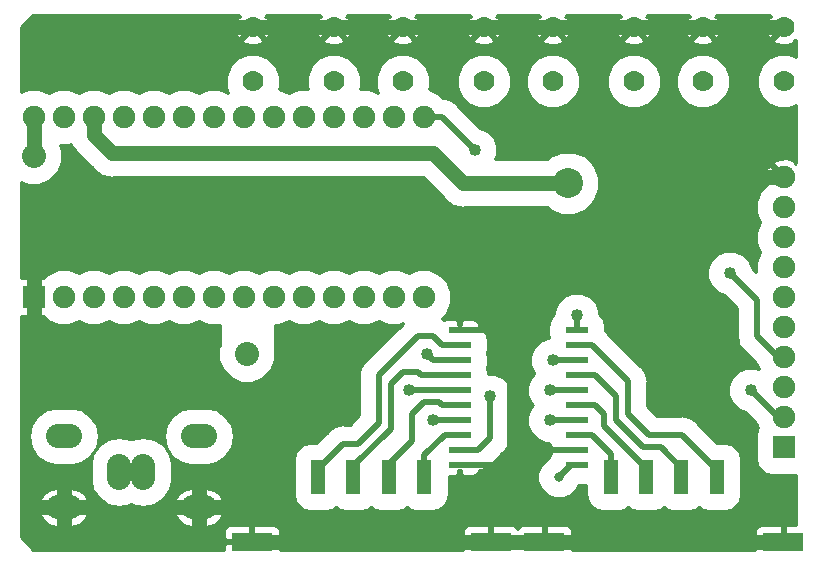
<source format=gbr>
G04 #@! TF.GenerationSoftware,KiCad,Pcbnew,5.0.2-bee76a0~70~ubuntu16.04.1*
G04 #@! TF.CreationDate,2019-08-01T21:54:42-04:00*
G04 #@! TF.ProjectId,Controller,436f6e74-726f-46c6-9c65-722e6b696361,rev?*
G04 #@! TF.SameCoordinates,PX5734380PY65bcec0*
G04 #@! TF.FileFunction,Copper,L2,Bot*
G04 #@! TF.FilePolarity,Positive*
%FSLAX46Y46*%
G04 Gerber Fmt 4.6, Leading zero omitted, Abs format (unit mm)*
G04 Created by KiCad (PCBNEW 5.0.2-bee76a0~70~ubuntu16.04.1) date Thu 01 Aug 2019 09:54:42 PM EDT*
%MOMM*%
%LPD*%
G01*
G04 APERTURE LIST*
G04 #@! TA.AperFunction,ComponentPad*
%ADD10C,1.905000*%
G04 #@! TD*
G04 #@! TA.AperFunction,ComponentPad*
%ADD11R,1.905000X1.905000*%
G04 #@! TD*
G04 #@! TA.AperFunction,ComponentPad*
%ADD12O,2.032000X3.048000*%
G04 #@! TD*
G04 #@! TA.AperFunction,ComponentPad*
%ADD13O,3.048000X2.032000*%
G04 #@! TD*
G04 #@! TA.AperFunction,ComponentPad*
%ADD14C,1.778000*%
G04 #@! TD*
G04 #@! TA.AperFunction,SMDPad,CuDef*
%ADD15R,3.430000X1.650000*%
G04 #@! TD*
G04 #@! TA.AperFunction,SMDPad,CuDef*
%ADD16R,1.270000X2.921000*%
G04 #@! TD*
G04 #@! TA.AperFunction,SMDPad,CuDef*
%ADD17R,1.950720X0.599440*%
G04 #@! TD*
G04 #@! TA.AperFunction,ComponentPad*
%ADD18C,2.032000*%
G04 #@! TD*
G04 #@! TA.AperFunction,ViaPad*
%ADD19C,0.800000*%
G04 #@! TD*
G04 #@! TA.AperFunction,ViaPad*
%ADD20C,1.016000*%
G04 #@! TD*
G04 #@! TA.AperFunction,ViaPad*
%ADD21C,2.540000*%
G04 #@! TD*
G04 #@! TA.AperFunction,Conductor*
%ADD22C,1.270000*%
G04 #@! TD*
G04 #@! TA.AperFunction,Conductor*
%ADD23C,0.508000*%
G04 #@! TD*
G04 #@! TA.AperFunction,Conductor*
%ADD24C,0.254000*%
G04 #@! TD*
G04 APERTURE END LIST*
D10*
G04 #@! TO.P,M1,28*
G04 #@! TO.N,+5V*
X2540000Y-10160000D03*
G04 #@! TO.P,M1,27*
G04 #@! TO.N,Net-(M1-Pad27)*
X5080000Y-10160000D03*
G04 #@! TO.P,M1,17*
G04 #@! TO.N,/Left*
X30480000Y-10160000D03*
G04 #@! TO.P,M1,26*
G04 #@! TO.N,Net-(M1-Pad26)*
X7620000Y-10160000D03*
G04 #@! TO.P,M1,25*
G04 #@! TO.N,Net-(M1-Pad25)*
X10160000Y-10160000D03*
G04 #@! TO.P,M1,24*
G04 #@! TO.N,Net-(M1-Pad24)*
X12700000Y-10160000D03*
G04 #@! TO.P,M1,23*
G04 #@! TO.N,Net-(M1-Pad23)*
X15240000Y-10160000D03*
G04 #@! TO.P,M1,22*
G04 #@! TO.N,Net-(M1-Pad22)*
X17780000Y-10160000D03*
G04 #@! TO.P,M1,21*
G04 #@! TO.N,Net-(M1-Pad21)*
X20320000Y-10160000D03*
G04 #@! TO.P,M1,20*
G04 #@! TO.N,Net-(M1-Pad20)*
X22860000Y-10160000D03*
G04 #@! TO.P,M1,19*
G04 #@! TO.N,/Right*
X25400000Y-10160000D03*
G04 #@! TO.P,M1,18*
G04 #@! TO.N,/Up*
X27940000Y-10160000D03*
G04 #@! TO.P,M1,16*
G04 #@! TO.N,/Down*
X33020000Y-10160000D03*
G04 #@! TO.P,M1,15*
G04 #@! TO.N,Net-(M1-Pad15)*
X35560000Y-10160000D03*
G04 #@! TO.P,M1,14*
G04 #@! TO.N,Net-(M1-Pad14)*
X35560000Y-25400000D03*
G04 #@! TO.P,M1,13*
G04 #@! TO.N,Net-(M1-Pad13)*
X33020000Y-25400000D03*
G04 #@! TO.P,M1,12*
G04 #@! TO.N,Net-(M1-Pad12)*
X30480000Y-25400000D03*
G04 #@! TO.P,M1,11*
G04 #@! TO.N,Net-(M1-Pad11)*
X27940000Y-25400000D03*
G04 #@! TO.P,M1,10*
G04 #@! TO.N,Net-(M1-Pad10)*
X25400000Y-25400000D03*
G04 #@! TO.P,M1,9*
G04 #@! TO.N,Net-(M1-Pad9)*
X22860000Y-25400000D03*
G04 #@! TO.P,M1,8*
G04 #@! TO.N,Net-(M1-Pad8)*
X20320000Y-25400000D03*
G04 #@! TO.P,M1,7*
G04 #@! TO.N,Net-(M1-Pad7)*
X17780000Y-25400000D03*
D11*
G04 #@! TO.P,M1,1*
G04 #@! TO.N,DC_GND*
X2540000Y-25400000D03*
D10*
G04 #@! TO.P,M1,2*
G04 #@! TO.N,Net-(M1-Pad2)*
X5080000Y-25400000D03*
G04 #@! TO.P,M1,3*
G04 #@! TO.N,Net-(M1-Pad3)*
X7620000Y-25400000D03*
G04 #@! TO.P,M1,4*
G04 #@! TO.N,Net-(M1-Pad4)*
X10160000Y-25400000D03*
G04 #@! TO.P,M1,5*
G04 #@! TO.N,Net-(M1-Pad5)*
X12700000Y-25400000D03*
G04 #@! TO.P,M1,6*
G04 #@! TO.N,Net-(M1-Pad6)*
X15240000Y-25400000D03*
G04 #@! TD*
D12*
G04 #@! TO.P,J1,3*
G04 #@! TO.N,Net-(J1-Pad3)*
X9779000Y-40182800D03*
D13*
G04 #@! TO.P,J1,1*
G04 #@! TO.N,/SwitchPad1*
X5080000Y-37185600D03*
G04 #@! TO.P,J1,2*
G04 #@! TO.N,DC_GND*
X5080000Y-43180000D03*
G04 #@! TD*
G04 #@! TO.P,J2,2*
G04 #@! TO.N,DC_GND*
X16510000Y-43180000D03*
G04 #@! TO.P,J2,1*
G04 #@! TO.N,+5V*
X16510000Y-37185600D03*
D12*
G04 #@! TO.P,J2,3*
G04 #@! TO.N,Net-(J2-Pad3)*
X11811000Y-40182800D03*
G04 #@! TD*
D14*
G04 #@! TO.P,SW2,1*
G04 #@! TO.N,DC_GND*
X27940000Y-2540000D03*
G04 #@! TO.P,SW2,2*
X21082000Y-2540000D03*
G04 #@! TO.P,SW2,3*
G04 #@! TO.N,/Up*
X27940000Y-7112000D03*
G04 #@! TO.P,SW2,4*
X21082000Y-7112000D03*
G04 #@! TD*
G04 #@! TO.P,SW3,4*
G04 #@! TO.N,/Down*
X33782000Y-7112000D03*
G04 #@! TO.P,SW3,3*
X40640000Y-7112000D03*
G04 #@! TO.P,SW3,2*
G04 #@! TO.N,DC_GND*
X33782000Y-2540000D03*
G04 #@! TO.P,SW3,1*
X40640000Y-2540000D03*
G04 #@! TD*
G04 #@! TO.P,SW4,1*
G04 #@! TO.N,DC_GND*
X53340000Y-2540000D03*
G04 #@! TO.P,SW4,2*
X46482000Y-2540000D03*
G04 #@! TO.P,SW4,3*
G04 #@! TO.N,/Left*
X53340000Y-7112000D03*
G04 #@! TO.P,SW4,4*
X46482000Y-7112000D03*
G04 #@! TD*
G04 #@! TO.P,SW5,4*
G04 #@! TO.N,/Right*
X59182000Y-7112000D03*
G04 #@! TO.P,SW5,3*
X66040000Y-7112000D03*
G04 #@! TO.P,SW5,2*
G04 #@! TO.N,DC_GND*
X59182000Y-2540000D03*
G04 #@! TO.P,SW5,1*
X66040000Y-2540000D03*
G04 #@! TD*
D15*
G04 #@! TO.P,J3,6*
G04 #@! TO.N,DC_GND*
X65980000Y-46113700D03*
G04 #@! TO.P,J3,5*
X45780000Y-46113700D03*
D16*
G04 #@! TO.P,J3,4*
G04 #@! TO.N,Net-(J3-Pad4)*
X60380000Y-40640000D03*
G04 #@! TO.P,J3,3*
G04 #@! TO.N,Net-(J3-Pad3)*
X57380000Y-40640000D03*
G04 #@! TO.P,J3,2*
G04 #@! TO.N,Net-(J3-Pad2)*
X54380000Y-40640000D03*
G04 #@! TO.P,J3,1*
G04 #@! TO.N,Net-(J3-Pad1)*
X51380000Y-40640000D03*
G04 #@! TD*
G04 #@! TO.P,J4,1*
G04 #@! TO.N,Net-(J4-Pad1)*
X26615000Y-40640000D03*
G04 #@! TO.P,J4,2*
G04 #@! TO.N,Net-(J4-Pad2)*
X29615000Y-40640000D03*
G04 #@! TO.P,J4,3*
G04 #@! TO.N,Net-(J4-Pad3)*
X32615000Y-40640000D03*
G04 #@! TO.P,J4,4*
G04 #@! TO.N,Net-(J4-Pad4)*
X35615000Y-40640000D03*
D15*
G04 #@! TO.P,J4,5*
G04 #@! TO.N,DC_GND*
X21015000Y-46113700D03*
G04 #@! TO.P,J4,6*
X41215000Y-46113700D03*
G04 #@! TD*
D17*
G04 #@! TO.P,U1,1*
G04 #@! TO.N,DC_GND*
X38608000Y-39624000D03*
G04 #@! TO.P,U1,2*
G04 #@! TO.N,Net-(M1-Pad9)*
X38608000Y-38354000D03*
G04 #@! TO.P,U1,3*
G04 #@! TO.N,Net-(J4-Pad4)*
X38608000Y-37084000D03*
G04 #@! TO.P,U1,4*
G04 #@! TO.N,Net-(M1-Pad10)*
X38608000Y-35814000D03*
G04 #@! TO.P,U1,5*
G04 #@! TO.N,Net-(J4-Pad3)*
X38608000Y-34544000D03*
G04 #@! TO.P,U1,6*
G04 #@! TO.N,Net-(M1-Pad11)*
X38608000Y-33274000D03*
G04 #@! TO.P,U1,7*
G04 #@! TO.N,Net-(J4-Pad2)*
X38608000Y-32004000D03*
G04 #@! TO.P,U1,8*
G04 #@! TO.N,Net-(M1-Pad12)*
X38608000Y-30734000D03*
G04 #@! TO.P,U1,9*
G04 #@! TO.N,Net-(J4-Pad1)*
X38608000Y-29464000D03*
G04 #@! TO.P,U1,10*
G04 #@! TO.N,DC_GND*
X38608000Y-28194000D03*
G04 #@! TO.P,U1,11*
G04 #@! TO.N,Net-(M1-Pad5)*
X48516540Y-28194000D03*
G04 #@! TO.P,U1,12*
G04 #@! TO.N,Net-(J3-Pad4)*
X48516540Y-29464000D03*
G04 #@! TO.P,U1,13*
G04 #@! TO.N,Net-(M1-Pad6)*
X48516540Y-30734000D03*
G04 #@! TO.P,U1,14*
G04 #@! TO.N,Net-(J3-Pad3)*
X48516540Y-32004000D03*
G04 #@! TO.P,U1,15*
G04 #@! TO.N,Net-(M1-Pad7)*
X48516540Y-33274000D03*
G04 #@! TO.P,U1,16*
G04 #@! TO.N,Net-(J3-Pad2)*
X48516540Y-34544000D03*
G04 #@! TO.P,U1,17*
G04 #@! TO.N,Net-(M1-Pad8)*
X48516540Y-35814000D03*
G04 #@! TO.P,U1,18*
G04 #@! TO.N,Net-(J3-Pad1)*
X48516540Y-37084000D03*
G04 #@! TO.P,U1,19*
G04 #@! TO.N,DC_GND*
X48516540Y-38354000D03*
G04 #@! TO.P,U1,20*
G04 #@! TO.N,+5V*
X48516540Y-39624000D03*
G04 #@! TD*
D10*
G04 #@! TO.P,M2,10*
G04 #@! TO.N,DC_GND*
X66040000Y-15240000D03*
G04 #@! TO.P,M2,9*
G04 #@! TO.N,Net-(M1-Pad26)*
X66040000Y-17780000D03*
G04 #@! TO.P,M2,8*
G04 #@! TO.N,Net-(M1-Pad20)*
X66040000Y-20320000D03*
G04 #@! TO.P,M2,7*
G04 #@! TO.N,Net-(M1-Pad21)*
X66040000Y-22860000D03*
D11*
G04 #@! TO.P,M2,1*
G04 #@! TO.N,Net-(M2-Pad1)*
X66040000Y-38100000D03*
D10*
G04 #@! TO.P,M2,2*
G04 #@! TO.N,Net-(M1-Pad14)*
X66040000Y-35560000D03*
G04 #@! TO.P,M2,3*
G04 #@! TO.N,Net-(M1-Pad13)*
X66040000Y-33020000D03*
G04 #@! TO.P,M2,4*
G04 #@! TO.N,Net-(M1-Pad15)*
X66040000Y-30480000D03*
G04 #@! TO.P,M2,5*
G04 #@! TO.N,Net-(M1-Pad23)*
X66040000Y-27940000D03*
G04 #@! TO.P,M2,6*
G04 #@! TO.N,Net-(M1-Pad22)*
X66040000Y-25400000D03*
G04 #@! TD*
D18*
G04 #@! TO.P,J5,1*
G04 #@! TO.N,+5V*
X20574000Y-30226000D03*
G04 #@! TD*
G04 #@! TO.P,J6,1*
G04 #@! TO.N,+5V*
X2540000Y-13462000D03*
G04 #@! TD*
D19*
G04 #@! TO.N,+5V*
X46990000Y-40640000D03*
D20*
G04 #@! TO.N,Net-(M1-Pad15)*
X39878000Y-12954000D03*
X61468000Y-23368000D03*
G04 #@! TO.N,Net-(M1-Pad14)*
X63246000Y-33274000D03*
G04 #@! TO.N,Net-(M1-Pad12)*
X35814000Y-30226000D03*
G04 #@! TO.N,Net-(M1-Pad5)*
X48514000Y-26924000D03*
G04 #@! TO.N,Net-(M1-Pad6)*
X46482000Y-30734000D03*
G04 #@! TO.N,Net-(M1-Pad10)*
X36322000Y-35814000D03*
G04 #@! TO.N,Net-(M1-Pad9)*
X41148000Y-33782000D03*
G04 #@! TO.N,Net-(M1-Pad8)*
X46228000Y-35814000D03*
G04 #@! TO.N,Net-(M1-Pad7)*
X46228000Y-33274000D03*
D21*
G04 #@! TO.N,Net-(M1-Pad26)*
X47752000Y-15748000D03*
D20*
G04 #@! TO.N,Net-(M1-Pad11)*
X34290000Y-33274000D03*
G04 #@! TD*
D22*
G04 #@! TO.N,DC_GND*
X21082000Y-2540000D02*
X27940000Y-2540000D01*
X27940000Y-2540000D02*
X33782000Y-2540000D01*
X33782000Y-2540000D02*
X40640000Y-2540000D01*
X40640000Y-2540000D02*
X46482000Y-2540000D01*
X46482000Y-2540000D02*
X53340000Y-2540000D01*
X53340000Y-2540000D02*
X59182000Y-2540000D01*
X59182000Y-2540000D02*
X62484000Y-2540000D01*
X62484000Y-2540000D02*
X66040000Y-2540000D01*
X62484000Y-2540000D02*
X62484000Y-15240000D01*
X62484000Y-15240000D02*
X66040000Y-15240000D01*
X2540000Y-25400000D02*
X2540000Y-22860000D01*
X38100000Y-21590000D02*
X43180000Y-21590000D01*
X35560000Y-19050000D02*
X38100000Y-21590000D01*
X6350000Y-19050000D02*
X35560000Y-19050000D01*
X2540000Y-22860000D02*
X6350000Y-19050000D01*
X56134000Y-21590000D02*
X43180000Y-21590000D01*
X56134000Y-21590000D02*
X62484000Y-15240000D01*
X45780000Y-46113700D02*
X65980000Y-46113700D01*
X43180000Y-39624000D02*
X43180000Y-38354000D01*
X43180000Y-38354000D02*
X43180000Y-28194000D01*
X43180000Y-28194000D02*
X43180000Y-21590000D01*
D23*
X38608000Y-39624000D02*
X43180000Y-39624000D01*
X48516540Y-38354000D02*
X43180000Y-38354000D01*
X38608000Y-28194000D02*
X43180000Y-28194000D01*
D22*
X5080000Y-43180000D02*
X5080000Y-40640000D01*
X5080000Y-43180000D02*
X7620000Y-43180000D01*
X5080000Y-43180000D02*
X5080000Y-45720000D01*
X5080000Y-43180000D02*
X2540000Y-43180000D01*
X16510000Y-43180000D02*
X13970000Y-43180000D01*
X16510000Y-43180000D02*
X16510000Y-40640000D01*
X16510000Y-43180000D02*
X19685000Y-43180000D01*
X16510000Y-43180000D02*
X16510000Y-45720000D01*
X2540000Y-25400000D02*
X2540000Y-27940000D01*
X45780000Y-46113700D02*
X41215000Y-46113700D01*
X41215000Y-46113700D02*
X21015000Y-46113700D01*
X21082000Y-2540000D02*
X17018000Y-2540000D01*
G04 #@! TO.N,+5V*
X2540000Y-10160000D02*
X2540000Y-13462000D01*
D23*
X48516540Y-39624000D02*
X48006000Y-39624000D01*
X48006000Y-39624000D02*
X46990000Y-40640000D01*
G04 #@! TO.N,Net-(J3-Pad3)*
X48516540Y-32004000D02*
X50038000Y-32004000D01*
X57380000Y-39854000D02*
X57380000Y-40640000D01*
X55626000Y-38100000D02*
X57380000Y-39854000D01*
X54102000Y-38100000D02*
X55626000Y-38100000D01*
X51816000Y-35814000D02*
X54102000Y-38100000D01*
X51816000Y-33782000D02*
X51816000Y-35814000D01*
X50038000Y-32004000D02*
X51816000Y-33782000D01*
G04 #@! TO.N,Net-(J3-Pad2)*
X48516540Y-34544000D02*
X50038000Y-34544000D01*
X54380000Y-39902000D02*
X54380000Y-40640000D01*
X50800000Y-36322000D02*
X54380000Y-39902000D01*
X50800000Y-35306000D02*
X50800000Y-36322000D01*
X50038000Y-34544000D02*
X50800000Y-35306000D01*
G04 #@! TO.N,Net-(J3-Pad1)*
X49784000Y-37084000D02*
X51380000Y-38680000D01*
X51380000Y-38680000D02*
X51380000Y-40640000D01*
X48516540Y-37084000D02*
X49784000Y-37084000D01*
G04 #@! TO.N,Net-(M1-Pad15)*
X66040000Y-30480000D02*
X65532000Y-30480000D01*
X65532000Y-30480000D02*
X63754000Y-28702000D01*
X37084000Y-10160000D02*
X35560000Y-10160000D01*
X39878000Y-12954000D02*
X37084000Y-10160000D01*
X35560000Y-10160000D02*
X36068000Y-10160000D01*
X63754000Y-25654000D02*
X63754000Y-28702000D01*
X63754000Y-25654000D02*
X61468000Y-23368000D01*
G04 #@! TO.N,Net-(M1-Pad14)*
X65532000Y-35560000D02*
X63246000Y-33274000D01*
X66040000Y-35560000D02*
X65532000Y-35560000D01*
G04 #@! TO.N,Net-(M1-Pad12)*
X36322000Y-30734000D02*
X38608000Y-30734000D01*
X35814000Y-30226000D02*
X36322000Y-30734000D01*
G04 #@! TO.N,Net-(J4-Pad4)*
X38608000Y-37084000D02*
X37338000Y-37084000D01*
X35615000Y-38807000D02*
X35615000Y-40640000D01*
X37338000Y-37084000D02*
X35615000Y-38807000D01*
G04 #@! TO.N,Net-(J4-Pad3)*
X38608000Y-34544000D02*
X37084000Y-34544000D01*
X32615000Y-39521000D02*
X32615000Y-40640000D01*
X33528000Y-38608000D02*
X32615000Y-39521000D01*
X37084000Y-34544000D02*
X36830000Y-34290000D01*
X36830000Y-34290000D02*
X35560000Y-34290000D01*
X35560000Y-34290000D02*
X34544000Y-35306000D01*
X34544000Y-35306000D02*
X34544000Y-37592000D01*
X34544000Y-37592000D02*
X33528000Y-38608000D01*
G04 #@! TO.N,Net-(J4-Pad2)*
X38608000Y-32004000D02*
X35306000Y-32004000D01*
X29615000Y-39727000D02*
X29615000Y-40640000D01*
X32766000Y-36576000D02*
X29615000Y-39727000D01*
X32766000Y-32766000D02*
X32766000Y-36576000D01*
X33782000Y-31750000D02*
X32766000Y-32766000D01*
X35052000Y-31750000D02*
X33782000Y-31750000D01*
X35306000Y-32004000D02*
X35052000Y-31750000D01*
G04 #@! TO.N,Net-(J4-Pad1)*
X38608000Y-29464000D02*
X37084000Y-29464000D01*
X26615000Y-39933000D02*
X26615000Y-40640000D01*
X28702000Y-37846000D02*
X26615000Y-39933000D01*
X29972000Y-37846000D02*
X28702000Y-37846000D01*
X31750000Y-36068000D02*
X29972000Y-37846000D01*
X31750000Y-32004000D02*
X31750000Y-36068000D01*
X35052000Y-28702000D02*
X31750000Y-32004000D01*
X36322000Y-28702000D02*
X35052000Y-28702000D01*
X37084000Y-29464000D02*
X36322000Y-28702000D01*
G04 #@! TO.N,Net-(J3-Pad4)*
X48516540Y-29464000D02*
X49784000Y-29464000D01*
X60380000Y-40060000D02*
X60380000Y-40640000D01*
X57404000Y-37084000D02*
X60380000Y-40060000D01*
X54610000Y-37084000D02*
X57404000Y-37084000D01*
X52832000Y-35306000D02*
X54610000Y-37084000D01*
X52832000Y-32512000D02*
X52832000Y-35306000D01*
X49784000Y-29464000D02*
X52832000Y-32512000D01*
G04 #@! TO.N,Net-(M1-Pad5)*
X48516540Y-26926540D02*
X48516540Y-28194000D01*
X48514000Y-26924000D02*
X48516540Y-26926540D01*
G04 #@! TO.N,Net-(M1-Pad6)*
X46482000Y-30734000D02*
X48516540Y-30734000D01*
G04 #@! TO.N,Net-(M1-Pad10)*
X38608000Y-35814000D02*
X36322000Y-35814000D01*
G04 #@! TO.N,Net-(M1-Pad9)*
X41148000Y-37338000D02*
X41148000Y-33782000D01*
X40132000Y-38354000D02*
X41148000Y-37338000D01*
X38608000Y-38354000D02*
X40132000Y-38354000D01*
G04 #@! TO.N,Net-(M1-Pad8)*
X48516540Y-35814000D02*
X46228000Y-35814000D01*
G04 #@! TO.N,Net-(M1-Pad7)*
X46228000Y-33274000D02*
X48516540Y-33274000D01*
D22*
G04 #@! TO.N,Net-(M1-Pad26)*
X7620000Y-10160000D02*
X7620000Y-11684000D01*
X38862000Y-15748000D02*
X47752000Y-15748000D01*
X36322000Y-13208000D02*
X38862000Y-15748000D01*
X9144000Y-13208000D02*
X36322000Y-13208000D01*
X7620000Y-11684000D02*
X9144000Y-13208000D01*
D23*
G04 #@! TO.N,Net-(M1-Pad11)*
X38608000Y-33274000D02*
X34290000Y-33274000D01*
G04 #@! TD*
D24*
G04 #@! TO.N,DC_GND*
G36*
X19895212Y-1532820D02*
X20009802Y-1647410D01*
X19754461Y-1732467D01*
X19546484Y-2301965D01*
X19572277Y-2907700D01*
X19754461Y-3347533D01*
X20009804Y-3432591D01*
X20902395Y-2540000D01*
X20888253Y-2525858D01*
X21067858Y-2346253D01*
X21082000Y-2360395D01*
X21096143Y-2346253D01*
X21275748Y-2525858D01*
X21261605Y-2540000D01*
X22154196Y-3432591D01*
X22409539Y-3347533D01*
X22617516Y-2778035D01*
X22591723Y-2172300D01*
X22409539Y-1732467D01*
X22154198Y-1647410D01*
X22268788Y-1532820D01*
X22207968Y-1472000D01*
X26814032Y-1472000D01*
X26753212Y-1532820D01*
X26867802Y-1647410D01*
X26612461Y-1732467D01*
X26404484Y-2301965D01*
X26430277Y-2907700D01*
X26612461Y-3347533D01*
X26867804Y-3432591D01*
X27760395Y-2540000D01*
X27746253Y-2525858D01*
X27925858Y-2346253D01*
X27940000Y-2360395D01*
X27954143Y-2346253D01*
X28133748Y-2525858D01*
X28119605Y-2540000D01*
X29012196Y-3432591D01*
X29267539Y-3347533D01*
X29475516Y-2778035D01*
X29449723Y-2172300D01*
X29267539Y-1732467D01*
X29012198Y-1647410D01*
X29126788Y-1532820D01*
X29065968Y-1472000D01*
X32656032Y-1472000D01*
X32595212Y-1532820D01*
X32709802Y-1647410D01*
X32454461Y-1732467D01*
X32246484Y-2301965D01*
X32272277Y-2907700D01*
X32454461Y-3347533D01*
X32709804Y-3432591D01*
X33602395Y-2540000D01*
X33588253Y-2525858D01*
X33767858Y-2346253D01*
X33782000Y-2360395D01*
X33796143Y-2346253D01*
X33975748Y-2525858D01*
X33961605Y-2540000D01*
X34854196Y-3432591D01*
X35109539Y-3347533D01*
X35317516Y-2778035D01*
X35291723Y-2172300D01*
X35109539Y-1732467D01*
X34854198Y-1647410D01*
X34968788Y-1532820D01*
X34907968Y-1472000D01*
X39514032Y-1472000D01*
X39453212Y-1532820D01*
X39567802Y-1647410D01*
X39312461Y-1732467D01*
X39104484Y-2301965D01*
X39130277Y-2907700D01*
X39312461Y-3347533D01*
X39567804Y-3432591D01*
X40460395Y-2540000D01*
X40446253Y-2525858D01*
X40625858Y-2346253D01*
X40640000Y-2360395D01*
X40654143Y-2346253D01*
X40833748Y-2525858D01*
X40819605Y-2540000D01*
X41712196Y-3432591D01*
X41967539Y-3347533D01*
X42175516Y-2778035D01*
X42149723Y-2172300D01*
X41967539Y-1732467D01*
X41712198Y-1647410D01*
X41826788Y-1532820D01*
X41765968Y-1472000D01*
X45356032Y-1472000D01*
X45295212Y-1532820D01*
X45409802Y-1647410D01*
X45154461Y-1732467D01*
X44946484Y-2301965D01*
X44972277Y-2907700D01*
X45154461Y-3347533D01*
X45409804Y-3432591D01*
X46302395Y-2540000D01*
X46288253Y-2525858D01*
X46467858Y-2346253D01*
X46482000Y-2360395D01*
X46496143Y-2346253D01*
X46675748Y-2525858D01*
X46661605Y-2540000D01*
X47554196Y-3432591D01*
X47809539Y-3347533D01*
X48017516Y-2778035D01*
X47991723Y-2172300D01*
X47809539Y-1732467D01*
X47554198Y-1647410D01*
X47668788Y-1532820D01*
X47607968Y-1472000D01*
X52214032Y-1472000D01*
X52153212Y-1532820D01*
X52267802Y-1647410D01*
X52012461Y-1732467D01*
X51804484Y-2301965D01*
X51830277Y-2907700D01*
X52012461Y-3347533D01*
X52267804Y-3432591D01*
X53160395Y-2540000D01*
X53146253Y-2525858D01*
X53325858Y-2346253D01*
X53340000Y-2360395D01*
X53354143Y-2346253D01*
X53533748Y-2525858D01*
X53519605Y-2540000D01*
X54412196Y-3432591D01*
X54667539Y-3347533D01*
X54875516Y-2778035D01*
X54849723Y-2172300D01*
X54667539Y-1732467D01*
X54412198Y-1647410D01*
X54526788Y-1532820D01*
X54465968Y-1472000D01*
X58056032Y-1472000D01*
X57995212Y-1532820D01*
X58109802Y-1647410D01*
X57854461Y-1732467D01*
X57646484Y-2301965D01*
X57672277Y-2907700D01*
X57854461Y-3347533D01*
X58109804Y-3432591D01*
X59002395Y-2540000D01*
X58988253Y-2525858D01*
X59167858Y-2346253D01*
X59182000Y-2360395D01*
X59196143Y-2346253D01*
X59375748Y-2525858D01*
X59361605Y-2540000D01*
X60254196Y-3432591D01*
X60509539Y-3347533D01*
X60717516Y-2778035D01*
X60691723Y-2172300D01*
X60509539Y-1732467D01*
X60254198Y-1647410D01*
X60368788Y-1532820D01*
X60307968Y-1472000D01*
X64914032Y-1472000D01*
X64853212Y-1532820D01*
X64967802Y-1647410D01*
X64712461Y-1732467D01*
X64504484Y-2301965D01*
X64530277Y-2907700D01*
X64712461Y-3347533D01*
X64967804Y-3432591D01*
X65860395Y-2540000D01*
X65846253Y-2525858D01*
X66025858Y-2346253D01*
X66040000Y-2360395D01*
X66054143Y-2346253D01*
X66233748Y-2525858D01*
X66219605Y-2540000D01*
X66233748Y-2554143D01*
X66054143Y-2733748D01*
X66040000Y-2719605D01*
X65147409Y-3612196D01*
X65232467Y-3867539D01*
X65801965Y-4075516D01*
X66407700Y-4049723D01*
X66847533Y-3867539D01*
X66932590Y-3612198D01*
X67047180Y-3726788D01*
X67108000Y-3665968D01*
X67108000Y-5080032D01*
X66494714Y-4826000D01*
X65585286Y-4826000D01*
X64745085Y-5174023D01*
X64102023Y-5817085D01*
X63754000Y-6657286D01*
X63754000Y-7566714D01*
X64102023Y-8406915D01*
X64745085Y-9049977D01*
X65585286Y-9398000D01*
X66494714Y-9398000D01*
X67108000Y-9143968D01*
X67108000Y-14022472D01*
X67092960Y-14007432D01*
X66978553Y-14121839D01*
X66885712Y-13859912D01*
X66293199Y-13641325D01*
X65662139Y-13666122D01*
X65194288Y-13859912D01*
X65101446Y-14121841D01*
X66040000Y-15060395D01*
X66054143Y-15046253D01*
X66233748Y-15225858D01*
X66219605Y-15240000D01*
X66233748Y-15254143D01*
X66057390Y-15430500D01*
X66050895Y-15430500D01*
X66040000Y-15419605D01*
X66029105Y-15430500D01*
X66022610Y-15430500D01*
X65846253Y-15254143D01*
X65860395Y-15240000D01*
X64921841Y-14301446D01*
X64659912Y-14394288D01*
X64441325Y-14986801D01*
X64466122Y-15617861D01*
X64587181Y-15910124D01*
X64048190Y-16449115D01*
X63690500Y-17312655D01*
X63690500Y-18247345D01*
X64022971Y-19050000D01*
X63690500Y-19852655D01*
X63690500Y-20787345D01*
X64022971Y-21590000D01*
X63690500Y-22392655D01*
X63690500Y-23255634D01*
X63336981Y-22902115D01*
X63082981Y-22288904D01*
X62547096Y-21753019D01*
X61846928Y-21463000D01*
X61089072Y-21463000D01*
X60388904Y-21753019D01*
X59853019Y-22288904D01*
X59563000Y-22989072D01*
X59563000Y-23746928D01*
X59853019Y-24447096D01*
X60388904Y-24982981D01*
X61002115Y-25236981D01*
X62103000Y-26337867D01*
X62103001Y-28539387D01*
X62070655Y-28702000D01*
X62162609Y-29164280D01*
X62198793Y-29346188D01*
X62563696Y-29892305D01*
X62701549Y-29984416D01*
X63708900Y-30991767D01*
X63914908Y-31489114D01*
X63624928Y-31369000D01*
X62867072Y-31369000D01*
X62166904Y-31659019D01*
X61631019Y-32194904D01*
X61341000Y-32895072D01*
X61341000Y-33652928D01*
X61631019Y-34353096D01*
X62166904Y-34888981D01*
X62780115Y-35142981D01*
X63708900Y-36071767D01*
X63868565Y-36457233D01*
X63771556Y-36602418D01*
X63663132Y-37147500D01*
X63663132Y-39052500D01*
X63771556Y-39597582D01*
X64080320Y-40059680D01*
X64542418Y-40368444D01*
X65087500Y-40476868D01*
X66992500Y-40476868D01*
X67108001Y-40453893D01*
X67108001Y-44653700D01*
X66265750Y-44653700D01*
X66107000Y-44812450D01*
X66107000Y-45986700D01*
X66127000Y-45986700D01*
X66127000Y-46240700D01*
X66107000Y-46240700D01*
X66107000Y-46260700D01*
X65853000Y-46260700D01*
X65853000Y-46240700D01*
X63788750Y-46240700D01*
X63630000Y-46399450D01*
X63630000Y-46788000D01*
X48130000Y-46788000D01*
X48130000Y-46399450D01*
X47971250Y-46240700D01*
X45907000Y-46240700D01*
X45907000Y-46260700D01*
X45653000Y-46260700D01*
X45653000Y-46240700D01*
X43588750Y-46240700D01*
X43497500Y-46331950D01*
X43406250Y-46240700D01*
X41342000Y-46240700D01*
X41342000Y-46260700D01*
X41088000Y-46260700D01*
X41088000Y-46240700D01*
X39023750Y-46240700D01*
X38865000Y-46399450D01*
X38865000Y-46788000D01*
X23365000Y-46788000D01*
X23365000Y-46399450D01*
X23206250Y-46240700D01*
X21142000Y-46240700D01*
X21142000Y-46260700D01*
X20888000Y-46260700D01*
X20888000Y-46240700D01*
X18823750Y-46240700D01*
X18665000Y-46399450D01*
X18665000Y-46788000D01*
X2632613Y-46788000D01*
X2500976Y-46771370D01*
X1478677Y-45749071D01*
X1472647Y-45717462D01*
X1472000Y-45696866D01*
X1472000Y-45162390D01*
X18665000Y-45162390D01*
X18665000Y-45827950D01*
X18823750Y-45986700D01*
X20888000Y-45986700D01*
X20888000Y-44812450D01*
X21142000Y-44812450D01*
X21142000Y-45986700D01*
X23206250Y-45986700D01*
X23365000Y-45827950D01*
X23365000Y-45162390D01*
X38865000Y-45162390D01*
X38865000Y-45827950D01*
X39023750Y-45986700D01*
X41088000Y-45986700D01*
X41088000Y-44812450D01*
X41342000Y-44812450D01*
X41342000Y-45986700D01*
X43406250Y-45986700D01*
X43497500Y-45895450D01*
X43588750Y-45986700D01*
X45653000Y-45986700D01*
X45653000Y-44812450D01*
X45907000Y-44812450D01*
X45907000Y-45986700D01*
X47971250Y-45986700D01*
X48130000Y-45827950D01*
X48130000Y-45162390D01*
X63630000Y-45162390D01*
X63630000Y-45827950D01*
X63788750Y-45986700D01*
X65853000Y-45986700D01*
X65853000Y-44812450D01*
X65694250Y-44653700D01*
X64138691Y-44653700D01*
X63905302Y-44750373D01*
X63726673Y-44929001D01*
X63630000Y-45162390D01*
X48130000Y-45162390D01*
X48033327Y-44929001D01*
X47854698Y-44750373D01*
X47621309Y-44653700D01*
X46065750Y-44653700D01*
X45907000Y-44812450D01*
X45653000Y-44812450D01*
X45494250Y-44653700D01*
X43938691Y-44653700D01*
X43705302Y-44750373D01*
X43526673Y-44929001D01*
X43497500Y-44999431D01*
X43468327Y-44929001D01*
X43289698Y-44750373D01*
X43056309Y-44653700D01*
X41500750Y-44653700D01*
X41342000Y-44812450D01*
X41088000Y-44812450D01*
X40929250Y-44653700D01*
X39373691Y-44653700D01*
X39140302Y-44750373D01*
X38961673Y-44929001D01*
X38865000Y-45162390D01*
X23365000Y-45162390D01*
X23268327Y-44929001D01*
X23089698Y-44750373D01*
X22856309Y-44653700D01*
X21300750Y-44653700D01*
X21142000Y-44812450D01*
X20888000Y-44812450D01*
X20729250Y-44653700D01*
X19173691Y-44653700D01*
X18940302Y-44750373D01*
X18761673Y-44929001D01*
X18665000Y-45162390D01*
X1472000Y-45162390D01*
X1472000Y-43562944D01*
X2966025Y-43562944D01*
X2998074Y-43694477D01*
X3314764Y-44257630D01*
X3822857Y-44656724D01*
X4445000Y-44831000D01*
X4953000Y-44831000D01*
X4953000Y-43307000D01*
X5207000Y-43307000D01*
X5207000Y-44831000D01*
X5715000Y-44831000D01*
X6337143Y-44656724D01*
X6845236Y-44257630D01*
X7161926Y-43694477D01*
X7193975Y-43562944D01*
X14396025Y-43562944D01*
X14428074Y-43694477D01*
X14744764Y-44257630D01*
X15252857Y-44656724D01*
X15875000Y-44831000D01*
X16383000Y-44831000D01*
X16383000Y-43307000D01*
X16637000Y-43307000D01*
X16637000Y-44831000D01*
X17145000Y-44831000D01*
X17767143Y-44656724D01*
X18275236Y-44257630D01*
X18591926Y-43694477D01*
X18623975Y-43562944D01*
X18504836Y-43307000D01*
X16637000Y-43307000D01*
X16383000Y-43307000D01*
X14515164Y-43307000D01*
X14396025Y-43562944D01*
X7193975Y-43562944D01*
X7074836Y-43307000D01*
X5207000Y-43307000D01*
X4953000Y-43307000D01*
X3085164Y-43307000D01*
X2966025Y-43562944D01*
X1472000Y-43562944D01*
X1472000Y-42797056D01*
X2966025Y-42797056D01*
X3085164Y-43053000D01*
X4953000Y-43053000D01*
X4953000Y-41529000D01*
X5207000Y-41529000D01*
X5207000Y-43053000D01*
X7074836Y-43053000D01*
X7193975Y-42797056D01*
X7161926Y-42665523D01*
X6845236Y-42102370D01*
X6337143Y-41703276D01*
X5715000Y-41529000D01*
X5207000Y-41529000D01*
X4953000Y-41529000D01*
X4445000Y-41529000D01*
X3822857Y-41703276D01*
X3314764Y-42102370D01*
X2998074Y-42665523D01*
X2966025Y-42797056D01*
X1472000Y-42797056D01*
X1472000Y-37185600D01*
X2111727Y-37185600D01*
X2299004Y-38127106D01*
X2832324Y-38925276D01*
X3630494Y-39458596D01*
X4334342Y-39598600D01*
X5825658Y-39598600D01*
X6529506Y-39458596D01*
X6561612Y-39437143D01*
X7366000Y-39437143D01*
X7366000Y-40928458D01*
X7506004Y-41632306D01*
X8039325Y-42430476D01*
X8837495Y-42963796D01*
X9779000Y-43151073D01*
X10720506Y-42963796D01*
X10795001Y-42914020D01*
X10869495Y-42963796D01*
X11811000Y-43151073D01*
X12752506Y-42963796D01*
X13002050Y-42797056D01*
X14396025Y-42797056D01*
X14515164Y-43053000D01*
X16383000Y-43053000D01*
X16383000Y-41529000D01*
X16637000Y-41529000D01*
X16637000Y-43053000D01*
X18504836Y-43053000D01*
X18623975Y-42797056D01*
X18591926Y-42665523D01*
X18275236Y-42102370D01*
X17767143Y-41703276D01*
X17145000Y-41529000D01*
X16637000Y-41529000D01*
X16383000Y-41529000D01*
X15875000Y-41529000D01*
X15252857Y-41703276D01*
X14744764Y-42102370D01*
X14428074Y-42665523D01*
X14396025Y-42797056D01*
X13002050Y-42797056D01*
X13550676Y-42430476D01*
X14083996Y-41632305D01*
X14224000Y-40928457D01*
X14224000Y-39437142D01*
X14083996Y-38733294D01*
X13550676Y-37935124D01*
X12752505Y-37401804D01*
X11811000Y-37214527D01*
X10869494Y-37401804D01*
X10795000Y-37451580D01*
X10720505Y-37401804D01*
X9779000Y-37214527D01*
X8837494Y-37401804D01*
X8039324Y-37935124D01*
X7506004Y-38733295D01*
X7366000Y-39437143D01*
X6561612Y-39437143D01*
X7327676Y-38925276D01*
X7860996Y-38127106D01*
X8048273Y-37185600D01*
X13541727Y-37185600D01*
X13729004Y-38127106D01*
X14262324Y-38925276D01*
X15060494Y-39458596D01*
X15764342Y-39598600D01*
X17255658Y-39598600D01*
X17959506Y-39458596D01*
X18757676Y-38925276D01*
X19290996Y-38127106D01*
X19478273Y-37185600D01*
X19290996Y-36244094D01*
X18757676Y-35445924D01*
X17959506Y-34912604D01*
X17255658Y-34772600D01*
X15764342Y-34772600D01*
X15060494Y-34912604D01*
X14262324Y-35445924D01*
X13729004Y-36244094D01*
X13541727Y-37185600D01*
X8048273Y-37185600D01*
X7860996Y-36244094D01*
X7327676Y-35445924D01*
X6529506Y-34912604D01*
X5825658Y-34772600D01*
X4334342Y-34772600D01*
X3630494Y-34912604D01*
X2832324Y-35445924D01*
X2299004Y-36244094D01*
X2111727Y-37185600D01*
X1472000Y-37185600D01*
X1472000Y-26987500D01*
X2254250Y-26987500D01*
X2413000Y-26828750D01*
X2413000Y-25527000D01*
X2393000Y-25527000D01*
X2393000Y-25273000D01*
X2413000Y-25273000D01*
X2413000Y-23971250D01*
X2667000Y-23971250D01*
X2667000Y-25273000D01*
X2687000Y-25273000D01*
X2687000Y-25527000D01*
X2667000Y-25527000D01*
X2667000Y-26828750D01*
X2825750Y-26987500D01*
X3344805Y-26987500D01*
X3749115Y-27391810D01*
X4612655Y-27749500D01*
X5547345Y-27749500D01*
X6350000Y-27417029D01*
X7152655Y-27749500D01*
X8087345Y-27749500D01*
X8890000Y-27417029D01*
X9692655Y-27749500D01*
X10627345Y-27749500D01*
X11430000Y-27417029D01*
X12232655Y-27749500D01*
X13167345Y-27749500D01*
X13970000Y-27417029D01*
X14772655Y-27749500D01*
X15707345Y-27749500D01*
X16510000Y-27417029D01*
X17312655Y-27749500D01*
X18247345Y-27749500D01*
X18288000Y-27732660D01*
X18288000Y-29439420D01*
X18161000Y-29746025D01*
X18161000Y-30705975D01*
X18528358Y-31592854D01*
X19207146Y-32271642D01*
X20094025Y-32639000D01*
X21053975Y-32639000D01*
X21940854Y-32271642D01*
X22619642Y-31592854D01*
X22987000Y-30705975D01*
X22987000Y-27749500D01*
X23327345Y-27749500D01*
X24130000Y-27417029D01*
X24932655Y-27749500D01*
X25867345Y-27749500D01*
X26670000Y-27417029D01*
X27472655Y-27749500D01*
X28407345Y-27749500D01*
X29210000Y-27417029D01*
X30012655Y-27749500D01*
X30947345Y-27749500D01*
X31750000Y-27417029D01*
X32552655Y-27749500D01*
X33487345Y-27749500D01*
X33785250Y-27626104D01*
X33769584Y-27649549D01*
X30697552Y-30721582D01*
X30559695Y-30813695D01*
X30194792Y-31359813D01*
X30105068Y-31810885D01*
X30066655Y-32004000D01*
X30099000Y-32166608D01*
X30099001Y-35384132D01*
X29288134Y-36195000D01*
X28864609Y-36195000D01*
X28702000Y-36162655D01*
X28057811Y-36290792D01*
X27807286Y-36458188D01*
X27511695Y-36655695D01*
X27419584Y-36793549D01*
X26458002Y-37755132D01*
X25980000Y-37755132D01*
X25434918Y-37863556D01*
X24972820Y-38172320D01*
X24664056Y-38634418D01*
X24555632Y-39179500D01*
X24555632Y-42100500D01*
X24664056Y-42645582D01*
X24972820Y-43107680D01*
X25434918Y-43416444D01*
X25980000Y-43524868D01*
X27250000Y-43524868D01*
X27795082Y-43416444D01*
X28115000Y-43202682D01*
X28434918Y-43416444D01*
X28980000Y-43524868D01*
X30250000Y-43524868D01*
X30795082Y-43416444D01*
X31115000Y-43202682D01*
X31434918Y-43416444D01*
X31980000Y-43524868D01*
X33250000Y-43524868D01*
X33795082Y-43416444D01*
X34115000Y-43202682D01*
X34434918Y-43416444D01*
X34980000Y-43524868D01*
X36250000Y-43524868D01*
X36795082Y-43416444D01*
X37257180Y-43107680D01*
X37565944Y-42645582D01*
X37674368Y-42100500D01*
X37674368Y-40558720D01*
X38322250Y-40558720D01*
X38481000Y-40399970D01*
X38481000Y-40078088D01*
X38735000Y-40078088D01*
X38735000Y-40399970D01*
X38893750Y-40558720D01*
X39709670Y-40558720D01*
X39943059Y-40462047D01*
X40121687Y-40283418D01*
X40218360Y-40050029D01*
X40218360Y-40020167D01*
X40294608Y-40005000D01*
X40294609Y-40005000D01*
X40776188Y-39909208D01*
X41322305Y-39544305D01*
X41414418Y-39406448D01*
X42200449Y-38620417D01*
X42338305Y-38528305D01*
X42703208Y-37982188D01*
X42799000Y-37500609D01*
X42799000Y-37500608D01*
X42831345Y-37338000D01*
X42799000Y-37175392D01*
X42799000Y-34774138D01*
X43053000Y-34160928D01*
X43053000Y-33403072D01*
X42842580Y-32895072D01*
X44323000Y-32895072D01*
X44323000Y-33652928D01*
X44613019Y-34353096D01*
X44803923Y-34544000D01*
X44613019Y-34734904D01*
X44323000Y-35435072D01*
X44323000Y-36192928D01*
X44613019Y-36893096D01*
X45148904Y-37428981D01*
X45849072Y-37719000D01*
X46183504Y-37719000D01*
X46225236Y-37928802D01*
X46509344Y-38354000D01*
X46225236Y-38779198D01*
X46174832Y-39032595D01*
X45972081Y-39116577D01*
X45466577Y-39622081D01*
X45193000Y-40282555D01*
X45193000Y-40997445D01*
X45466577Y-41657919D01*
X45972081Y-42163423D01*
X46632555Y-42437000D01*
X47347445Y-42437000D01*
X48007919Y-42163423D01*
X48513423Y-41657919D01*
X48641759Y-41348088D01*
X49320632Y-41348088D01*
X49320632Y-42100500D01*
X49429056Y-42645582D01*
X49737820Y-43107680D01*
X50199918Y-43416444D01*
X50745000Y-43524868D01*
X52015000Y-43524868D01*
X52560082Y-43416444D01*
X52880000Y-43202682D01*
X53199918Y-43416444D01*
X53745000Y-43524868D01*
X55015000Y-43524868D01*
X55560082Y-43416444D01*
X55880000Y-43202682D01*
X56199918Y-43416444D01*
X56745000Y-43524868D01*
X58015000Y-43524868D01*
X58560082Y-43416444D01*
X58880000Y-43202682D01*
X59199918Y-43416444D01*
X59745000Y-43524868D01*
X61015000Y-43524868D01*
X61560082Y-43416444D01*
X62022180Y-43107680D01*
X62330944Y-42645582D01*
X62439368Y-42100500D01*
X62439368Y-39179500D01*
X62330944Y-38634418D01*
X62022180Y-38172320D01*
X61560082Y-37863556D01*
X61015000Y-37755132D01*
X60409999Y-37755132D01*
X58686418Y-36031552D01*
X58594305Y-35893695D01*
X58048188Y-35528792D01*
X57566609Y-35433000D01*
X57566608Y-35433000D01*
X57404000Y-35400655D01*
X57241392Y-35433000D01*
X55293867Y-35433000D01*
X54483000Y-34622134D01*
X54483000Y-32674608D01*
X54515345Y-32512000D01*
X54471029Y-32289208D01*
X54387208Y-31867812D01*
X54022305Y-31321695D01*
X53884452Y-31229585D01*
X51066418Y-28411552D01*
X50974305Y-28273695D01*
X50916268Y-28234916D01*
X50916268Y-27894280D01*
X50807844Y-27349198D01*
X50499080Y-26887100D01*
X50419000Y-26833592D01*
X50419000Y-26545072D01*
X50128981Y-25844904D01*
X49593096Y-25309019D01*
X48892928Y-25019000D01*
X48135072Y-25019000D01*
X47434904Y-25309019D01*
X46899019Y-25844904D01*
X46609000Y-26545072D01*
X46609000Y-26836987D01*
X46534000Y-26887100D01*
X46225236Y-27349198D01*
X46116812Y-27894280D01*
X46116812Y-28493720D01*
X46183504Y-28829000D01*
X46103072Y-28829000D01*
X45402904Y-29119019D01*
X44867019Y-29654904D01*
X44577000Y-30355072D01*
X44577000Y-31112928D01*
X44867019Y-31813096D01*
X44930923Y-31877000D01*
X44613019Y-32194904D01*
X44323000Y-32895072D01*
X42842580Y-32895072D01*
X42762981Y-32702904D01*
X42227096Y-32167019D01*
X41526928Y-31877000D01*
X41007728Y-31877000D01*
X41007728Y-31704280D01*
X40941036Y-31369000D01*
X41007728Y-31033720D01*
X41007728Y-30434280D01*
X40941036Y-30099000D01*
X41007728Y-29763720D01*
X41007728Y-29164280D01*
X40899304Y-28619198D01*
X40590540Y-28157100D01*
X40218260Y-27908350D01*
X40218360Y-27908250D01*
X40218360Y-27767971D01*
X40121687Y-27534582D01*
X39943059Y-27355953D01*
X39709670Y-27259280D01*
X38893750Y-27259280D01*
X38735000Y-27418030D01*
X38735000Y-27739912D01*
X38481000Y-27739912D01*
X38481000Y-27418030D01*
X38322250Y-27259280D01*
X37506330Y-27259280D01*
X37276817Y-27354347D01*
X37067925Y-27214770D01*
X37551810Y-26730885D01*
X37909500Y-25867345D01*
X37909500Y-24932655D01*
X37551810Y-24069115D01*
X36890885Y-23408190D01*
X36027345Y-23050500D01*
X35092655Y-23050500D01*
X34290000Y-23382971D01*
X33487345Y-23050500D01*
X32552655Y-23050500D01*
X31750000Y-23382971D01*
X30947345Y-23050500D01*
X30012655Y-23050500D01*
X29210000Y-23382971D01*
X28407345Y-23050500D01*
X27472655Y-23050500D01*
X26670000Y-23382971D01*
X25867345Y-23050500D01*
X24932655Y-23050500D01*
X24130000Y-23382971D01*
X23327345Y-23050500D01*
X22392655Y-23050500D01*
X21590000Y-23382971D01*
X20787345Y-23050500D01*
X19852655Y-23050500D01*
X19050000Y-23382971D01*
X18247345Y-23050500D01*
X17312655Y-23050500D01*
X16510000Y-23382971D01*
X15707345Y-23050500D01*
X14772655Y-23050500D01*
X13970000Y-23382971D01*
X13167345Y-23050500D01*
X12232655Y-23050500D01*
X11430000Y-23382971D01*
X10627345Y-23050500D01*
X9692655Y-23050500D01*
X8890000Y-23382971D01*
X8087345Y-23050500D01*
X7152655Y-23050500D01*
X6350000Y-23382971D01*
X5547345Y-23050500D01*
X4612655Y-23050500D01*
X3749115Y-23408190D01*
X3344805Y-23812500D01*
X2825750Y-23812500D01*
X2667000Y-23971250D01*
X2413000Y-23971250D01*
X2254250Y-23812500D01*
X1472000Y-23812500D01*
X1472000Y-15631432D01*
X2060025Y-15875000D01*
X3019975Y-15875000D01*
X3906854Y-15507642D01*
X4585642Y-14828854D01*
X4953000Y-13941975D01*
X4953000Y-12982025D01*
X4757273Y-12509500D01*
X5547345Y-12509500D01*
X5699830Y-12446338D01*
X5705899Y-12476847D01*
X6024723Y-12954000D01*
X6155011Y-13148990D01*
X6324674Y-13262356D01*
X7565643Y-14503325D01*
X7679010Y-14672990D01*
X8351153Y-15122102D01*
X8943867Y-15240000D01*
X8943871Y-15240000D01*
X9143999Y-15279808D01*
X9344127Y-15240000D01*
X35480319Y-15240000D01*
X37283644Y-17043326D01*
X37397010Y-17212990D01*
X38069153Y-17662102D01*
X38661867Y-17780000D01*
X38661871Y-17780000D01*
X38861999Y-17819808D01*
X39062127Y-17780000D01*
X46012292Y-17780000D01*
X46241266Y-18008974D01*
X47221501Y-18415000D01*
X48282499Y-18415000D01*
X49262734Y-18008974D01*
X50012974Y-17258734D01*
X50419000Y-16278499D01*
X50419000Y-15217501D01*
X50012974Y-14237266D01*
X49262734Y-13487026D01*
X48282499Y-13081000D01*
X47221501Y-13081000D01*
X46241266Y-13487026D01*
X46012292Y-13716000D01*
X41624326Y-13716000D01*
X41783000Y-13332928D01*
X41783000Y-12575072D01*
X41492981Y-11874904D01*
X40957096Y-11339019D01*
X40343886Y-11085019D01*
X38366418Y-9107552D01*
X38274305Y-8969695D01*
X37728188Y-8604792D01*
X37246609Y-8509000D01*
X37246608Y-8509000D01*
X37227992Y-8505297D01*
X36890885Y-8168190D01*
X36027345Y-7810500D01*
X35967020Y-7810500D01*
X36068000Y-7566714D01*
X36068000Y-6657286D01*
X38354000Y-6657286D01*
X38354000Y-7566714D01*
X38702023Y-8406915D01*
X39345085Y-9049977D01*
X40185286Y-9398000D01*
X41094714Y-9398000D01*
X41934915Y-9049977D01*
X42577977Y-8406915D01*
X42926000Y-7566714D01*
X42926000Y-6657286D01*
X44196000Y-6657286D01*
X44196000Y-7566714D01*
X44544023Y-8406915D01*
X45187085Y-9049977D01*
X46027286Y-9398000D01*
X46936714Y-9398000D01*
X47776915Y-9049977D01*
X48419977Y-8406915D01*
X48768000Y-7566714D01*
X48768000Y-6657286D01*
X51054000Y-6657286D01*
X51054000Y-7566714D01*
X51402023Y-8406915D01*
X52045085Y-9049977D01*
X52885286Y-9398000D01*
X53794714Y-9398000D01*
X54634915Y-9049977D01*
X55277977Y-8406915D01*
X55626000Y-7566714D01*
X55626000Y-6657286D01*
X56896000Y-6657286D01*
X56896000Y-7566714D01*
X57244023Y-8406915D01*
X57887085Y-9049977D01*
X58727286Y-9398000D01*
X59636714Y-9398000D01*
X60476915Y-9049977D01*
X61119977Y-8406915D01*
X61468000Y-7566714D01*
X61468000Y-6657286D01*
X61119977Y-5817085D01*
X60476915Y-5174023D01*
X59636714Y-4826000D01*
X58727286Y-4826000D01*
X57887085Y-5174023D01*
X57244023Y-5817085D01*
X56896000Y-6657286D01*
X55626000Y-6657286D01*
X55277977Y-5817085D01*
X54634915Y-5174023D01*
X53794714Y-4826000D01*
X52885286Y-4826000D01*
X52045085Y-5174023D01*
X51402023Y-5817085D01*
X51054000Y-6657286D01*
X48768000Y-6657286D01*
X48419977Y-5817085D01*
X47776915Y-5174023D01*
X46936714Y-4826000D01*
X46027286Y-4826000D01*
X45187085Y-5174023D01*
X44544023Y-5817085D01*
X44196000Y-6657286D01*
X42926000Y-6657286D01*
X42577977Y-5817085D01*
X41934915Y-5174023D01*
X41094714Y-4826000D01*
X40185286Y-4826000D01*
X39345085Y-5174023D01*
X38702023Y-5817085D01*
X38354000Y-6657286D01*
X36068000Y-6657286D01*
X35719977Y-5817085D01*
X35076915Y-5174023D01*
X34236714Y-4826000D01*
X33327286Y-4826000D01*
X32487085Y-5174023D01*
X31844023Y-5817085D01*
X31496000Y-6657286D01*
X31496000Y-7566714D01*
X31731523Y-8135317D01*
X30947345Y-7810500D01*
X30125020Y-7810500D01*
X30226000Y-7566714D01*
X30226000Y-6657286D01*
X29877977Y-5817085D01*
X29234915Y-5174023D01*
X28394714Y-4826000D01*
X27485286Y-4826000D01*
X26645085Y-5174023D01*
X26002023Y-5817085D01*
X25654000Y-6657286D01*
X25654000Y-7566714D01*
X25754980Y-7810500D01*
X24932655Y-7810500D01*
X24130000Y-8142971D01*
X23327345Y-7810500D01*
X23267020Y-7810500D01*
X23368000Y-7566714D01*
X23368000Y-6657286D01*
X23019977Y-5817085D01*
X22376915Y-5174023D01*
X21536714Y-4826000D01*
X20627286Y-4826000D01*
X19787085Y-5174023D01*
X19144023Y-5817085D01*
X18796000Y-6657286D01*
X18796000Y-7566714D01*
X19031523Y-8135317D01*
X18247345Y-7810500D01*
X17312655Y-7810500D01*
X16510000Y-8142971D01*
X15707345Y-7810500D01*
X14772655Y-7810500D01*
X13970000Y-8142971D01*
X13167345Y-7810500D01*
X12232655Y-7810500D01*
X11430000Y-8142971D01*
X10627345Y-7810500D01*
X9692655Y-7810500D01*
X8890000Y-8142971D01*
X8087345Y-7810500D01*
X7152655Y-7810500D01*
X6350000Y-8142971D01*
X5547345Y-7810500D01*
X4612655Y-7810500D01*
X3810000Y-8142971D01*
X3007345Y-7810500D01*
X2072655Y-7810500D01*
X1472000Y-8059299D01*
X1472000Y-3612196D01*
X20189409Y-3612196D01*
X20274467Y-3867539D01*
X20843965Y-4075516D01*
X21449700Y-4049723D01*
X21889533Y-3867539D01*
X21974591Y-3612196D01*
X27047409Y-3612196D01*
X27132467Y-3867539D01*
X27701965Y-4075516D01*
X28307700Y-4049723D01*
X28747533Y-3867539D01*
X28832591Y-3612196D01*
X32889409Y-3612196D01*
X32974467Y-3867539D01*
X33543965Y-4075516D01*
X34149700Y-4049723D01*
X34589533Y-3867539D01*
X34674591Y-3612196D01*
X39747409Y-3612196D01*
X39832467Y-3867539D01*
X40401965Y-4075516D01*
X41007700Y-4049723D01*
X41447533Y-3867539D01*
X41532591Y-3612196D01*
X45589409Y-3612196D01*
X45674467Y-3867539D01*
X46243965Y-4075516D01*
X46849700Y-4049723D01*
X47289533Y-3867539D01*
X47374591Y-3612196D01*
X52447409Y-3612196D01*
X52532467Y-3867539D01*
X53101965Y-4075516D01*
X53707700Y-4049723D01*
X54147533Y-3867539D01*
X54232591Y-3612196D01*
X58289409Y-3612196D01*
X58374467Y-3867539D01*
X58943965Y-4075516D01*
X59549700Y-4049723D01*
X59989533Y-3867539D01*
X60074591Y-3612196D01*
X59182000Y-2719605D01*
X58289409Y-3612196D01*
X54232591Y-3612196D01*
X53340000Y-2719605D01*
X52447409Y-3612196D01*
X47374591Y-3612196D01*
X46482000Y-2719605D01*
X45589409Y-3612196D01*
X41532591Y-3612196D01*
X40640000Y-2719605D01*
X39747409Y-3612196D01*
X34674591Y-3612196D01*
X33782000Y-2719605D01*
X32889409Y-3612196D01*
X28832591Y-3612196D01*
X27940000Y-2719605D01*
X27047409Y-3612196D01*
X21974591Y-3612196D01*
X21082000Y-2719605D01*
X20189409Y-3612196D01*
X1472000Y-3612196D01*
X1472000Y-2632612D01*
X1488630Y-2500976D01*
X2510929Y-1478677D01*
X2542538Y-1472647D01*
X2563134Y-1472000D01*
X19956032Y-1472000D01*
X19895212Y-1532820D01*
X19895212Y-1532820D01*
G37*
X19895212Y-1532820D02*
X20009802Y-1647410D01*
X19754461Y-1732467D01*
X19546484Y-2301965D01*
X19572277Y-2907700D01*
X19754461Y-3347533D01*
X20009804Y-3432591D01*
X20902395Y-2540000D01*
X20888253Y-2525858D01*
X21067858Y-2346253D01*
X21082000Y-2360395D01*
X21096143Y-2346253D01*
X21275748Y-2525858D01*
X21261605Y-2540000D01*
X22154196Y-3432591D01*
X22409539Y-3347533D01*
X22617516Y-2778035D01*
X22591723Y-2172300D01*
X22409539Y-1732467D01*
X22154198Y-1647410D01*
X22268788Y-1532820D01*
X22207968Y-1472000D01*
X26814032Y-1472000D01*
X26753212Y-1532820D01*
X26867802Y-1647410D01*
X26612461Y-1732467D01*
X26404484Y-2301965D01*
X26430277Y-2907700D01*
X26612461Y-3347533D01*
X26867804Y-3432591D01*
X27760395Y-2540000D01*
X27746253Y-2525858D01*
X27925858Y-2346253D01*
X27940000Y-2360395D01*
X27954143Y-2346253D01*
X28133748Y-2525858D01*
X28119605Y-2540000D01*
X29012196Y-3432591D01*
X29267539Y-3347533D01*
X29475516Y-2778035D01*
X29449723Y-2172300D01*
X29267539Y-1732467D01*
X29012198Y-1647410D01*
X29126788Y-1532820D01*
X29065968Y-1472000D01*
X32656032Y-1472000D01*
X32595212Y-1532820D01*
X32709802Y-1647410D01*
X32454461Y-1732467D01*
X32246484Y-2301965D01*
X32272277Y-2907700D01*
X32454461Y-3347533D01*
X32709804Y-3432591D01*
X33602395Y-2540000D01*
X33588253Y-2525858D01*
X33767858Y-2346253D01*
X33782000Y-2360395D01*
X33796143Y-2346253D01*
X33975748Y-2525858D01*
X33961605Y-2540000D01*
X34854196Y-3432591D01*
X35109539Y-3347533D01*
X35317516Y-2778035D01*
X35291723Y-2172300D01*
X35109539Y-1732467D01*
X34854198Y-1647410D01*
X34968788Y-1532820D01*
X34907968Y-1472000D01*
X39514032Y-1472000D01*
X39453212Y-1532820D01*
X39567802Y-1647410D01*
X39312461Y-1732467D01*
X39104484Y-2301965D01*
X39130277Y-2907700D01*
X39312461Y-3347533D01*
X39567804Y-3432591D01*
X40460395Y-2540000D01*
X40446253Y-2525858D01*
X40625858Y-2346253D01*
X40640000Y-2360395D01*
X40654143Y-2346253D01*
X40833748Y-2525858D01*
X40819605Y-2540000D01*
X41712196Y-3432591D01*
X41967539Y-3347533D01*
X42175516Y-2778035D01*
X42149723Y-2172300D01*
X41967539Y-1732467D01*
X41712198Y-1647410D01*
X41826788Y-1532820D01*
X41765968Y-1472000D01*
X45356032Y-1472000D01*
X45295212Y-1532820D01*
X45409802Y-1647410D01*
X45154461Y-1732467D01*
X44946484Y-2301965D01*
X44972277Y-2907700D01*
X45154461Y-3347533D01*
X45409804Y-3432591D01*
X46302395Y-2540000D01*
X46288253Y-2525858D01*
X46467858Y-2346253D01*
X46482000Y-2360395D01*
X46496143Y-2346253D01*
X46675748Y-2525858D01*
X46661605Y-2540000D01*
X47554196Y-3432591D01*
X47809539Y-3347533D01*
X48017516Y-2778035D01*
X47991723Y-2172300D01*
X47809539Y-1732467D01*
X47554198Y-1647410D01*
X47668788Y-1532820D01*
X47607968Y-1472000D01*
X52214032Y-1472000D01*
X52153212Y-1532820D01*
X52267802Y-1647410D01*
X52012461Y-1732467D01*
X51804484Y-2301965D01*
X51830277Y-2907700D01*
X52012461Y-3347533D01*
X52267804Y-3432591D01*
X53160395Y-2540000D01*
X53146253Y-2525858D01*
X53325858Y-2346253D01*
X53340000Y-2360395D01*
X53354143Y-2346253D01*
X53533748Y-2525858D01*
X53519605Y-2540000D01*
X54412196Y-3432591D01*
X54667539Y-3347533D01*
X54875516Y-2778035D01*
X54849723Y-2172300D01*
X54667539Y-1732467D01*
X54412198Y-1647410D01*
X54526788Y-1532820D01*
X54465968Y-1472000D01*
X58056032Y-1472000D01*
X57995212Y-1532820D01*
X58109802Y-1647410D01*
X57854461Y-1732467D01*
X57646484Y-2301965D01*
X57672277Y-2907700D01*
X57854461Y-3347533D01*
X58109804Y-3432591D01*
X59002395Y-2540000D01*
X58988253Y-2525858D01*
X59167858Y-2346253D01*
X59182000Y-2360395D01*
X59196143Y-2346253D01*
X59375748Y-2525858D01*
X59361605Y-2540000D01*
X60254196Y-3432591D01*
X60509539Y-3347533D01*
X60717516Y-2778035D01*
X60691723Y-2172300D01*
X60509539Y-1732467D01*
X60254198Y-1647410D01*
X60368788Y-1532820D01*
X60307968Y-1472000D01*
X64914032Y-1472000D01*
X64853212Y-1532820D01*
X64967802Y-1647410D01*
X64712461Y-1732467D01*
X64504484Y-2301965D01*
X64530277Y-2907700D01*
X64712461Y-3347533D01*
X64967804Y-3432591D01*
X65860395Y-2540000D01*
X65846253Y-2525858D01*
X66025858Y-2346253D01*
X66040000Y-2360395D01*
X66054143Y-2346253D01*
X66233748Y-2525858D01*
X66219605Y-2540000D01*
X66233748Y-2554143D01*
X66054143Y-2733748D01*
X66040000Y-2719605D01*
X65147409Y-3612196D01*
X65232467Y-3867539D01*
X65801965Y-4075516D01*
X66407700Y-4049723D01*
X66847533Y-3867539D01*
X66932590Y-3612198D01*
X67047180Y-3726788D01*
X67108000Y-3665968D01*
X67108000Y-5080032D01*
X66494714Y-4826000D01*
X65585286Y-4826000D01*
X64745085Y-5174023D01*
X64102023Y-5817085D01*
X63754000Y-6657286D01*
X63754000Y-7566714D01*
X64102023Y-8406915D01*
X64745085Y-9049977D01*
X65585286Y-9398000D01*
X66494714Y-9398000D01*
X67108000Y-9143968D01*
X67108000Y-14022472D01*
X67092960Y-14007432D01*
X66978553Y-14121839D01*
X66885712Y-13859912D01*
X66293199Y-13641325D01*
X65662139Y-13666122D01*
X65194288Y-13859912D01*
X65101446Y-14121841D01*
X66040000Y-15060395D01*
X66054143Y-15046253D01*
X66233748Y-15225858D01*
X66219605Y-15240000D01*
X66233748Y-15254143D01*
X66057390Y-15430500D01*
X66050895Y-15430500D01*
X66040000Y-15419605D01*
X66029105Y-15430500D01*
X66022610Y-15430500D01*
X65846253Y-15254143D01*
X65860395Y-15240000D01*
X64921841Y-14301446D01*
X64659912Y-14394288D01*
X64441325Y-14986801D01*
X64466122Y-15617861D01*
X64587181Y-15910124D01*
X64048190Y-16449115D01*
X63690500Y-17312655D01*
X63690500Y-18247345D01*
X64022971Y-19050000D01*
X63690500Y-19852655D01*
X63690500Y-20787345D01*
X64022971Y-21590000D01*
X63690500Y-22392655D01*
X63690500Y-23255634D01*
X63336981Y-22902115D01*
X63082981Y-22288904D01*
X62547096Y-21753019D01*
X61846928Y-21463000D01*
X61089072Y-21463000D01*
X60388904Y-21753019D01*
X59853019Y-22288904D01*
X59563000Y-22989072D01*
X59563000Y-23746928D01*
X59853019Y-24447096D01*
X60388904Y-24982981D01*
X61002115Y-25236981D01*
X62103000Y-26337867D01*
X62103001Y-28539387D01*
X62070655Y-28702000D01*
X62162609Y-29164280D01*
X62198793Y-29346188D01*
X62563696Y-29892305D01*
X62701549Y-29984416D01*
X63708900Y-30991767D01*
X63914908Y-31489114D01*
X63624928Y-31369000D01*
X62867072Y-31369000D01*
X62166904Y-31659019D01*
X61631019Y-32194904D01*
X61341000Y-32895072D01*
X61341000Y-33652928D01*
X61631019Y-34353096D01*
X62166904Y-34888981D01*
X62780115Y-35142981D01*
X63708900Y-36071767D01*
X63868565Y-36457233D01*
X63771556Y-36602418D01*
X63663132Y-37147500D01*
X63663132Y-39052500D01*
X63771556Y-39597582D01*
X64080320Y-40059680D01*
X64542418Y-40368444D01*
X65087500Y-40476868D01*
X66992500Y-40476868D01*
X67108001Y-40453893D01*
X67108001Y-44653700D01*
X66265750Y-44653700D01*
X66107000Y-44812450D01*
X66107000Y-45986700D01*
X66127000Y-45986700D01*
X66127000Y-46240700D01*
X66107000Y-46240700D01*
X66107000Y-46260700D01*
X65853000Y-46260700D01*
X65853000Y-46240700D01*
X63788750Y-46240700D01*
X63630000Y-46399450D01*
X63630000Y-46788000D01*
X48130000Y-46788000D01*
X48130000Y-46399450D01*
X47971250Y-46240700D01*
X45907000Y-46240700D01*
X45907000Y-46260700D01*
X45653000Y-46260700D01*
X45653000Y-46240700D01*
X43588750Y-46240700D01*
X43497500Y-46331950D01*
X43406250Y-46240700D01*
X41342000Y-46240700D01*
X41342000Y-46260700D01*
X41088000Y-46260700D01*
X41088000Y-46240700D01*
X39023750Y-46240700D01*
X38865000Y-46399450D01*
X38865000Y-46788000D01*
X23365000Y-46788000D01*
X23365000Y-46399450D01*
X23206250Y-46240700D01*
X21142000Y-46240700D01*
X21142000Y-46260700D01*
X20888000Y-46260700D01*
X20888000Y-46240700D01*
X18823750Y-46240700D01*
X18665000Y-46399450D01*
X18665000Y-46788000D01*
X2632613Y-46788000D01*
X2500976Y-46771370D01*
X1478677Y-45749071D01*
X1472647Y-45717462D01*
X1472000Y-45696866D01*
X1472000Y-45162390D01*
X18665000Y-45162390D01*
X18665000Y-45827950D01*
X18823750Y-45986700D01*
X20888000Y-45986700D01*
X20888000Y-44812450D01*
X21142000Y-44812450D01*
X21142000Y-45986700D01*
X23206250Y-45986700D01*
X23365000Y-45827950D01*
X23365000Y-45162390D01*
X38865000Y-45162390D01*
X38865000Y-45827950D01*
X39023750Y-45986700D01*
X41088000Y-45986700D01*
X41088000Y-44812450D01*
X41342000Y-44812450D01*
X41342000Y-45986700D01*
X43406250Y-45986700D01*
X43497500Y-45895450D01*
X43588750Y-45986700D01*
X45653000Y-45986700D01*
X45653000Y-44812450D01*
X45907000Y-44812450D01*
X45907000Y-45986700D01*
X47971250Y-45986700D01*
X48130000Y-45827950D01*
X48130000Y-45162390D01*
X63630000Y-45162390D01*
X63630000Y-45827950D01*
X63788750Y-45986700D01*
X65853000Y-45986700D01*
X65853000Y-44812450D01*
X65694250Y-44653700D01*
X64138691Y-44653700D01*
X63905302Y-44750373D01*
X63726673Y-44929001D01*
X63630000Y-45162390D01*
X48130000Y-45162390D01*
X48033327Y-44929001D01*
X47854698Y-44750373D01*
X47621309Y-44653700D01*
X46065750Y-44653700D01*
X45907000Y-44812450D01*
X45653000Y-44812450D01*
X45494250Y-44653700D01*
X43938691Y-44653700D01*
X43705302Y-44750373D01*
X43526673Y-44929001D01*
X43497500Y-44999431D01*
X43468327Y-44929001D01*
X43289698Y-44750373D01*
X43056309Y-44653700D01*
X41500750Y-44653700D01*
X41342000Y-44812450D01*
X41088000Y-44812450D01*
X40929250Y-44653700D01*
X39373691Y-44653700D01*
X39140302Y-44750373D01*
X38961673Y-44929001D01*
X38865000Y-45162390D01*
X23365000Y-45162390D01*
X23268327Y-44929001D01*
X23089698Y-44750373D01*
X22856309Y-44653700D01*
X21300750Y-44653700D01*
X21142000Y-44812450D01*
X20888000Y-44812450D01*
X20729250Y-44653700D01*
X19173691Y-44653700D01*
X18940302Y-44750373D01*
X18761673Y-44929001D01*
X18665000Y-45162390D01*
X1472000Y-45162390D01*
X1472000Y-43562944D01*
X2966025Y-43562944D01*
X2998074Y-43694477D01*
X3314764Y-44257630D01*
X3822857Y-44656724D01*
X4445000Y-44831000D01*
X4953000Y-44831000D01*
X4953000Y-43307000D01*
X5207000Y-43307000D01*
X5207000Y-44831000D01*
X5715000Y-44831000D01*
X6337143Y-44656724D01*
X6845236Y-44257630D01*
X7161926Y-43694477D01*
X7193975Y-43562944D01*
X14396025Y-43562944D01*
X14428074Y-43694477D01*
X14744764Y-44257630D01*
X15252857Y-44656724D01*
X15875000Y-44831000D01*
X16383000Y-44831000D01*
X16383000Y-43307000D01*
X16637000Y-43307000D01*
X16637000Y-44831000D01*
X17145000Y-44831000D01*
X17767143Y-44656724D01*
X18275236Y-44257630D01*
X18591926Y-43694477D01*
X18623975Y-43562944D01*
X18504836Y-43307000D01*
X16637000Y-43307000D01*
X16383000Y-43307000D01*
X14515164Y-43307000D01*
X14396025Y-43562944D01*
X7193975Y-43562944D01*
X7074836Y-43307000D01*
X5207000Y-43307000D01*
X4953000Y-43307000D01*
X3085164Y-43307000D01*
X2966025Y-43562944D01*
X1472000Y-43562944D01*
X1472000Y-42797056D01*
X2966025Y-42797056D01*
X3085164Y-43053000D01*
X4953000Y-43053000D01*
X4953000Y-41529000D01*
X5207000Y-41529000D01*
X5207000Y-43053000D01*
X7074836Y-43053000D01*
X7193975Y-42797056D01*
X7161926Y-42665523D01*
X6845236Y-42102370D01*
X6337143Y-41703276D01*
X5715000Y-41529000D01*
X5207000Y-41529000D01*
X4953000Y-41529000D01*
X4445000Y-41529000D01*
X3822857Y-41703276D01*
X3314764Y-42102370D01*
X2998074Y-42665523D01*
X2966025Y-42797056D01*
X1472000Y-42797056D01*
X1472000Y-37185600D01*
X2111727Y-37185600D01*
X2299004Y-38127106D01*
X2832324Y-38925276D01*
X3630494Y-39458596D01*
X4334342Y-39598600D01*
X5825658Y-39598600D01*
X6529506Y-39458596D01*
X6561612Y-39437143D01*
X7366000Y-39437143D01*
X7366000Y-40928458D01*
X7506004Y-41632306D01*
X8039325Y-42430476D01*
X8837495Y-42963796D01*
X9779000Y-43151073D01*
X10720506Y-42963796D01*
X10795001Y-42914020D01*
X10869495Y-42963796D01*
X11811000Y-43151073D01*
X12752506Y-42963796D01*
X13002050Y-42797056D01*
X14396025Y-42797056D01*
X14515164Y-43053000D01*
X16383000Y-43053000D01*
X16383000Y-41529000D01*
X16637000Y-41529000D01*
X16637000Y-43053000D01*
X18504836Y-43053000D01*
X18623975Y-42797056D01*
X18591926Y-42665523D01*
X18275236Y-42102370D01*
X17767143Y-41703276D01*
X17145000Y-41529000D01*
X16637000Y-41529000D01*
X16383000Y-41529000D01*
X15875000Y-41529000D01*
X15252857Y-41703276D01*
X14744764Y-42102370D01*
X14428074Y-42665523D01*
X14396025Y-42797056D01*
X13002050Y-42797056D01*
X13550676Y-42430476D01*
X14083996Y-41632305D01*
X14224000Y-40928457D01*
X14224000Y-39437142D01*
X14083996Y-38733294D01*
X13550676Y-37935124D01*
X12752505Y-37401804D01*
X11811000Y-37214527D01*
X10869494Y-37401804D01*
X10795000Y-37451580D01*
X10720505Y-37401804D01*
X9779000Y-37214527D01*
X8837494Y-37401804D01*
X8039324Y-37935124D01*
X7506004Y-38733295D01*
X7366000Y-39437143D01*
X6561612Y-39437143D01*
X7327676Y-38925276D01*
X7860996Y-38127106D01*
X8048273Y-37185600D01*
X13541727Y-37185600D01*
X13729004Y-38127106D01*
X14262324Y-38925276D01*
X15060494Y-39458596D01*
X15764342Y-39598600D01*
X17255658Y-39598600D01*
X17959506Y-39458596D01*
X18757676Y-38925276D01*
X19290996Y-38127106D01*
X19478273Y-37185600D01*
X19290996Y-36244094D01*
X18757676Y-35445924D01*
X17959506Y-34912604D01*
X17255658Y-34772600D01*
X15764342Y-34772600D01*
X15060494Y-34912604D01*
X14262324Y-35445924D01*
X13729004Y-36244094D01*
X13541727Y-37185600D01*
X8048273Y-37185600D01*
X7860996Y-36244094D01*
X7327676Y-35445924D01*
X6529506Y-34912604D01*
X5825658Y-34772600D01*
X4334342Y-34772600D01*
X3630494Y-34912604D01*
X2832324Y-35445924D01*
X2299004Y-36244094D01*
X2111727Y-37185600D01*
X1472000Y-37185600D01*
X1472000Y-26987500D01*
X2254250Y-26987500D01*
X2413000Y-26828750D01*
X2413000Y-25527000D01*
X2393000Y-25527000D01*
X2393000Y-25273000D01*
X2413000Y-25273000D01*
X2413000Y-23971250D01*
X2667000Y-23971250D01*
X2667000Y-25273000D01*
X2687000Y-25273000D01*
X2687000Y-25527000D01*
X2667000Y-25527000D01*
X2667000Y-26828750D01*
X2825750Y-26987500D01*
X3344805Y-26987500D01*
X3749115Y-27391810D01*
X4612655Y-27749500D01*
X5547345Y-27749500D01*
X6350000Y-27417029D01*
X7152655Y-27749500D01*
X8087345Y-27749500D01*
X8890000Y-27417029D01*
X9692655Y-27749500D01*
X10627345Y-27749500D01*
X11430000Y-27417029D01*
X12232655Y-27749500D01*
X13167345Y-27749500D01*
X13970000Y-27417029D01*
X14772655Y-27749500D01*
X15707345Y-27749500D01*
X16510000Y-27417029D01*
X17312655Y-27749500D01*
X18247345Y-27749500D01*
X18288000Y-27732660D01*
X18288000Y-29439420D01*
X18161000Y-29746025D01*
X18161000Y-30705975D01*
X18528358Y-31592854D01*
X19207146Y-32271642D01*
X20094025Y-32639000D01*
X21053975Y-32639000D01*
X21940854Y-32271642D01*
X22619642Y-31592854D01*
X22987000Y-30705975D01*
X22987000Y-27749500D01*
X23327345Y-27749500D01*
X24130000Y-27417029D01*
X24932655Y-27749500D01*
X25867345Y-27749500D01*
X26670000Y-27417029D01*
X27472655Y-27749500D01*
X28407345Y-27749500D01*
X29210000Y-27417029D01*
X30012655Y-27749500D01*
X30947345Y-27749500D01*
X31750000Y-27417029D01*
X32552655Y-27749500D01*
X33487345Y-27749500D01*
X33785250Y-27626104D01*
X33769584Y-27649549D01*
X30697552Y-30721582D01*
X30559695Y-30813695D01*
X30194792Y-31359813D01*
X30105068Y-31810885D01*
X30066655Y-32004000D01*
X30099000Y-32166608D01*
X30099001Y-35384132D01*
X29288134Y-36195000D01*
X28864609Y-36195000D01*
X28702000Y-36162655D01*
X28057811Y-36290792D01*
X27807286Y-36458188D01*
X27511695Y-36655695D01*
X27419584Y-36793549D01*
X26458002Y-37755132D01*
X25980000Y-37755132D01*
X25434918Y-37863556D01*
X24972820Y-38172320D01*
X24664056Y-38634418D01*
X24555632Y-39179500D01*
X24555632Y-42100500D01*
X24664056Y-42645582D01*
X24972820Y-43107680D01*
X25434918Y-43416444D01*
X25980000Y-43524868D01*
X27250000Y-43524868D01*
X27795082Y-43416444D01*
X28115000Y-43202682D01*
X28434918Y-43416444D01*
X28980000Y-43524868D01*
X30250000Y-43524868D01*
X30795082Y-43416444D01*
X31115000Y-43202682D01*
X31434918Y-43416444D01*
X31980000Y-43524868D01*
X33250000Y-43524868D01*
X33795082Y-43416444D01*
X34115000Y-43202682D01*
X34434918Y-43416444D01*
X34980000Y-43524868D01*
X36250000Y-43524868D01*
X36795082Y-43416444D01*
X37257180Y-43107680D01*
X37565944Y-42645582D01*
X37674368Y-42100500D01*
X37674368Y-40558720D01*
X38322250Y-40558720D01*
X38481000Y-40399970D01*
X38481000Y-40078088D01*
X38735000Y-40078088D01*
X38735000Y-40399970D01*
X38893750Y-40558720D01*
X39709670Y-40558720D01*
X39943059Y-40462047D01*
X40121687Y-40283418D01*
X40218360Y-40050029D01*
X40218360Y-40020167D01*
X40294608Y-40005000D01*
X40294609Y-40005000D01*
X40776188Y-39909208D01*
X41322305Y-39544305D01*
X41414418Y-39406448D01*
X42200449Y-38620417D01*
X42338305Y-38528305D01*
X42703208Y-37982188D01*
X42799000Y-37500609D01*
X42799000Y-37500608D01*
X42831345Y-37338000D01*
X42799000Y-37175392D01*
X42799000Y-34774138D01*
X43053000Y-34160928D01*
X43053000Y-33403072D01*
X42842580Y-32895072D01*
X44323000Y-32895072D01*
X44323000Y-33652928D01*
X44613019Y-34353096D01*
X44803923Y-34544000D01*
X44613019Y-34734904D01*
X44323000Y-35435072D01*
X44323000Y-36192928D01*
X44613019Y-36893096D01*
X45148904Y-37428981D01*
X45849072Y-37719000D01*
X46183504Y-37719000D01*
X46225236Y-37928802D01*
X46509344Y-38354000D01*
X46225236Y-38779198D01*
X46174832Y-39032595D01*
X45972081Y-39116577D01*
X45466577Y-39622081D01*
X45193000Y-40282555D01*
X45193000Y-40997445D01*
X45466577Y-41657919D01*
X45972081Y-42163423D01*
X46632555Y-42437000D01*
X47347445Y-42437000D01*
X48007919Y-42163423D01*
X48513423Y-41657919D01*
X48641759Y-41348088D01*
X49320632Y-41348088D01*
X49320632Y-42100500D01*
X49429056Y-42645582D01*
X49737820Y-43107680D01*
X50199918Y-43416444D01*
X50745000Y-43524868D01*
X52015000Y-43524868D01*
X52560082Y-43416444D01*
X52880000Y-43202682D01*
X53199918Y-43416444D01*
X53745000Y-43524868D01*
X55015000Y-43524868D01*
X55560082Y-43416444D01*
X55880000Y-43202682D01*
X56199918Y-43416444D01*
X56745000Y-43524868D01*
X58015000Y-43524868D01*
X58560082Y-43416444D01*
X58880000Y-43202682D01*
X59199918Y-43416444D01*
X59745000Y-43524868D01*
X61015000Y-43524868D01*
X61560082Y-43416444D01*
X62022180Y-43107680D01*
X62330944Y-42645582D01*
X62439368Y-42100500D01*
X62439368Y-39179500D01*
X62330944Y-38634418D01*
X62022180Y-38172320D01*
X61560082Y-37863556D01*
X61015000Y-37755132D01*
X60409999Y-37755132D01*
X58686418Y-36031552D01*
X58594305Y-35893695D01*
X58048188Y-35528792D01*
X57566609Y-35433000D01*
X57566608Y-35433000D01*
X57404000Y-35400655D01*
X57241392Y-35433000D01*
X55293867Y-35433000D01*
X54483000Y-34622134D01*
X54483000Y-32674608D01*
X54515345Y-32512000D01*
X54471029Y-32289208D01*
X54387208Y-31867812D01*
X54022305Y-31321695D01*
X53884452Y-31229585D01*
X51066418Y-28411552D01*
X50974305Y-28273695D01*
X50916268Y-28234916D01*
X50916268Y-27894280D01*
X50807844Y-27349198D01*
X50499080Y-26887100D01*
X50419000Y-26833592D01*
X50419000Y-26545072D01*
X50128981Y-25844904D01*
X49593096Y-25309019D01*
X48892928Y-25019000D01*
X48135072Y-25019000D01*
X47434904Y-25309019D01*
X46899019Y-25844904D01*
X46609000Y-26545072D01*
X46609000Y-26836987D01*
X46534000Y-26887100D01*
X46225236Y-27349198D01*
X46116812Y-27894280D01*
X46116812Y-28493720D01*
X46183504Y-28829000D01*
X46103072Y-28829000D01*
X45402904Y-29119019D01*
X44867019Y-29654904D01*
X44577000Y-30355072D01*
X44577000Y-31112928D01*
X44867019Y-31813096D01*
X44930923Y-31877000D01*
X44613019Y-32194904D01*
X44323000Y-32895072D01*
X42842580Y-32895072D01*
X42762981Y-32702904D01*
X42227096Y-32167019D01*
X41526928Y-31877000D01*
X41007728Y-31877000D01*
X41007728Y-31704280D01*
X40941036Y-31369000D01*
X41007728Y-31033720D01*
X41007728Y-30434280D01*
X40941036Y-30099000D01*
X41007728Y-29763720D01*
X41007728Y-29164280D01*
X40899304Y-28619198D01*
X40590540Y-28157100D01*
X40218260Y-27908350D01*
X40218360Y-27908250D01*
X40218360Y-27767971D01*
X40121687Y-27534582D01*
X39943059Y-27355953D01*
X39709670Y-27259280D01*
X38893750Y-27259280D01*
X38735000Y-27418030D01*
X38735000Y-27739912D01*
X38481000Y-27739912D01*
X38481000Y-27418030D01*
X38322250Y-27259280D01*
X37506330Y-27259280D01*
X37276817Y-27354347D01*
X37067925Y-27214770D01*
X37551810Y-26730885D01*
X37909500Y-25867345D01*
X37909500Y-24932655D01*
X37551810Y-24069115D01*
X36890885Y-23408190D01*
X36027345Y-23050500D01*
X35092655Y-23050500D01*
X34290000Y-23382971D01*
X33487345Y-23050500D01*
X32552655Y-23050500D01*
X31750000Y-23382971D01*
X30947345Y-23050500D01*
X30012655Y-23050500D01*
X29210000Y-23382971D01*
X28407345Y-23050500D01*
X27472655Y-23050500D01*
X26670000Y-23382971D01*
X25867345Y-23050500D01*
X24932655Y-23050500D01*
X24130000Y-23382971D01*
X23327345Y-23050500D01*
X22392655Y-23050500D01*
X21590000Y-23382971D01*
X20787345Y-23050500D01*
X19852655Y-23050500D01*
X19050000Y-23382971D01*
X18247345Y-23050500D01*
X17312655Y-23050500D01*
X16510000Y-23382971D01*
X15707345Y-23050500D01*
X14772655Y-23050500D01*
X13970000Y-23382971D01*
X13167345Y-23050500D01*
X12232655Y-23050500D01*
X11430000Y-23382971D01*
X10627345Y-23050500D01*
X9692655Y-23050500D01*
X8890000Y-23382971D01*
X8087345Y-23050500D01*
X7152655Y-23050500D01*
X6350000Y-23382971D01*
X5547345Y-23050500D01*
X4612655Y-23050500D01*
X3749115Y-23408190D01*
X3344805Y-23812500D01*
X2825750Y-23812500D01*
X2667000Y-23971250D01*
X2413000Y-23971250D01*
X2254250Y-23812500D01*
X1472000Y-23812500D01*
X1472000Y-15631432D01*
X2060025Y-15875000D01*
X3019975Y-15875000D01*
X3906854Y-15507642D01*
X4585642Y-14828854D01*
X4953000Y-13941975D01*
X4953000Y-12982025D01*
X4757273Y-12509500D01*
X5547345Y-12509500D01*
X5699830Y-12446338D01*
X5705899Y-12476847D01*
X6024723Y-12954000D01*
X6155011Y-13148990D01*
X6324674Y-13262356D01*
X7565643Y-14503325D01*
X7679010Y-14672990D01*
X8351153Y-15122102D01*
X8943867Y-15240000D01*
X8943871Y-15240000D01*
X9143999Y-15279808D01*
X9344127Y-15240000D01*
X35480319Y-15240000D01*
X37283644Y-17043326D01*
X37397010Y-17212990D01*
X38069153Y-17662102D01*
X38661867Y-17780000D01*
X38661871Y-17780000D01*
X38861999Y-17819808D01*
X39062127Y-17780000D01*
X46012292Y-17780000D01*
X46241266Y-18008974D01*
X47221501Y-18415000D01*
X48282499Y-18415000D01*
X49262734Y-18008974D01*
X50012974Y-17258734D01*
X50419000Y-16278499D01*
X50419000Y-15217501D01*
X50012974Y-14237266D01*
X49262734Y-13487026D01*
X48282499Y-13081000D01*
X47221501Y-13081000D01*
X46241266Y-13487026D01*
X46012292Y-13716000D01*
X41624326Y-13716000D01*
X41783000Y-13332928D01*
X41783000Y-12575072D01*
X41492981Y-11874904D01*
X40957096Y-11339019D01*
X40343886Y-11085019D01*
X38366418Y-9107552D01*
X38274305Y-8969695D01*
X37728188Y-8604792D01*
X37246609Y-8509000D01*
X37246608Y-8509000D01*
X37227992Y-8505297D01*
X36890885Y-8168190D01*
X36027345Y-7810500D01*
X35967020Y-7810500D01*
X36068000Y-7566714D01*
X36068000Y-6657286D01*
X38354000Y-6657286D01*
X38354000Y-7566714D01*
X38702023Y-8406915D01*
X39345085Y-9049977D01*
X40185286Y-9398000D01*
X41094714Y-9398000D01*
X41934915Y-9049977D01*
X42577977Y-8406915D01*
X42926000Y-7566714D01*
X42926000Y-6657286D01*
X44196000Y-6657286D01*
X44196000Y-7566714D01*
X44544023Y-8406915D01*
X45187085Y-9049977D01*
X46027286Y-9398000D01*
X46936714Y-9398000D01*
X47776915Y-9049977D01*
X48419977Y-8406915D01*
X48768000Y-7566714D01*
X48768000Y-6657286D01*
X51054000Y-6657286D01*
X51054000Y-7566714D01*
X51402023Y-8406915D01*
X52045085Y-9049977D01*
X52885286Y-9398000D01*
X53794714Y-9398000D01*
X54634915Y-9049977D01*
X55277977Y-8406915D01*
X55626000Y-7566714D01*
X55626000Y-6657286D01*
X56896000Y-6657286D01*
X56896000Y-7566714D01*
X57244023Y-8406915D01*
X57887085Y-9049977D01*
X58727286Y-9398000D01*
X59636714Y-9398000D01*
X60476915Y-9049977D01*
X61119977Y-8406915D01*
X61468000Y-7566714D01*
X61468000Y-6657286D01*
X61119977Y-5817085D01*
X60476915Y-5174023D01*
X59636714Y-4826000D01*
X58727286Y-4826000D01*
X57887085Y-5174023D01*
X57244023Y-5817085D01*
X56896000Y-6657286D01*
X55626000Y-6657286D01*
X55277977Y-5817085D01*
X54634915Y-5174023D01*
X53794714Y-4826000D01*
X52885286Y-4826000D01*
X52045085Y-5174023D01*
X51402023Y-5817085D01*
X51054000Y-6657286D01*
X48768000Y-6657286D01*
X48419977Y-5817085D01*
X47776915Y-5174023D01*
X46936714Y-4826000D01*
X46027286Y-4826000D01*
X45187085Y-5174023D01*
X44544023Y-5817085D01*
X44196000Y-6657286D01*
X42926000Y-6657286D01*
X42577977Y-5817085D01*
X41934915Y-5174023D01*
X41094714Y-4826000D01*
X40185286Y-4826000D01*
X39345085Y-5174023D01*
X38702023Y-5817085D01*
X38354000Y-6657286D01*
X36068000Y-6657286D01*
X35719977Y-5817085D01*
X35076915Y-5174023D01*
X34236714Y-4826000D01*
X33327286Y-4826000D01*
X32487085Y-5174023D01*
X31844023Y-5817085D01*
X31496000Y-6657286D01*
X31496000Y-7566714D01*
X31731523Y-8135317D01*
X30947345Y-7810500D01*
X30125020Y-7810500D01*
X30226000Y-7566714D01*
X30226000Y-6657286D01*
X29877977Y-5817085D01*
X29234915Y-5174023D01*
X28394714Y-4826000D01*
X27485286Y-4826000D01*
X26645085Y-5174023D01*
X26002023Y-5817085D01*
X25654000Y-6657286D01*
X25654000Y-7566714D01*
X25754980Y-7810500D01*
X24932655Y-7810500D01*
X24130000Y-8142971D01*
X23327345Y-7810500D01*
X23267020Y-7810500D01*
X23368000Y-7566714D01*
X23368000Y-6657286D01*
X23019977Y-5817085D01*
X22376915Y-5174023D01*
X21536714Y-4826000D01*
X20627286Y-4826000D01*
X19787085Y-5174023D01*
X19144023Y-5817085D01*
X18796000Y-6657286D01*
X18796000Y-7566714D01*
X19031523Y-8135317D01*
X18247345Y-7810500D01*
X17312655Y-7810500D01*
X16510000Y-8142971D01*
X15707345Y-7810500D01*
X14772655Y-7810500D01*
X13970000Y-8142971D01*
X13167345Y-7810500D01*
X12232655Y-7810500D01*
X11430000Y-8142971D01*
X10627345Y-7810500D01*
X9692655Y-7810500D01*
X8890000Y-8142971D01*
X8087345Y-7810500D01*
X7152655Y-7810500D01*
X6350000Y-8142971D01*
X5547345Y-7810500D01*
X4612655Y-7810500D01*
X3810000Y-8142971D01*
X3007345Y-7810500D01*
X2072655Y-7810500D01*
X1472000Y-8059299D01*
X1472000Y-3612196D01*
X20189409Y-3612196D01*
X20274467Y-3867539D01*
X20843965Y-4075516D01*
X21449700Y-4049723D01*
X21889533Y-3867539D01*
X21974591Y-3612196D01*
X27047409Y-3612196D01*
X27132467Y-3867539D01*
X27701965Y-4075516D01*
X28307700Y-4049723D01*
X28747533Y-3867539D01*
X28832591Y-3612196D01*
X32889409Y-3612196D01*
X32974467Y-3867539D01*
X33543965Y-4075516D01*
X34149700Y-4049723D01*
X34589533Y-3867539D01*
X34674591Y-3612196D01*
X39747409Y-3612196D01*
X39832467Y-3867539D01*
X40401965Y-4075516D01*
X41007700Y-4049723D01*
X41447533Y-3867539D01*
X41532591Y-3612196D01*
X45589409Y-3612196D01*
X45674467Y-3867539D01*
X46243965Y-4075516D01*
X46849700Y-4049723D01*
X47289533Y-3867539D01*
X47374591Y-3612196D01*
X52447409Y-3612196D01*
X52532467Y-3867539D01*
X53101965Y-4075516D01*
X53707700Y-4049723D01*
X54147533Y-3867539D01*
X54232591Y-3612196D01*
X58289409Y-3612196D01*
X58374467Y-3867539D01*
X58943965Y-4075516D01*
X59549700Y-4049723D01*
X59989533Y-3867539D01*
X60074591Y-3612196D01*
X59182000Y-2719605D01*
X58289409Y-3612196D01*
X54232591Y-3612196D01*
X53340000Y-2719605D01*
X52447409Y-3612196D01*
X47374591Y-3612196D01*
X46482000Y-2719605D01*
X45589409Y-3612196D01*
X41532591Y-3612196D01*
X40640000Y-2719605D01*
X39747409Y-3612196D01*
X34674591Y-3612196D01*
X33782000Y-2719605D01*
X32889409Y-3612196D01*
X28832591Y-3612196D01*
X27940000Y-2719605D01*
X27047409Y-3612196D01*
X21974591Y-3612196D01*
X21082000Y-2719605D01*
X20189409Y-3612196D01*
X1472000Y-3612196D01*
X1472000Y-2632612D01*
X1488630Y-2500976D01*
X2510929Y-1478677D01*
X2542538Y-1472647D01*
X2563134Y-1472000D01*
X19956032Y-1472000D01*
X19895212Y-1532820D01*
G04 #@! TD*
M02*

</source>
